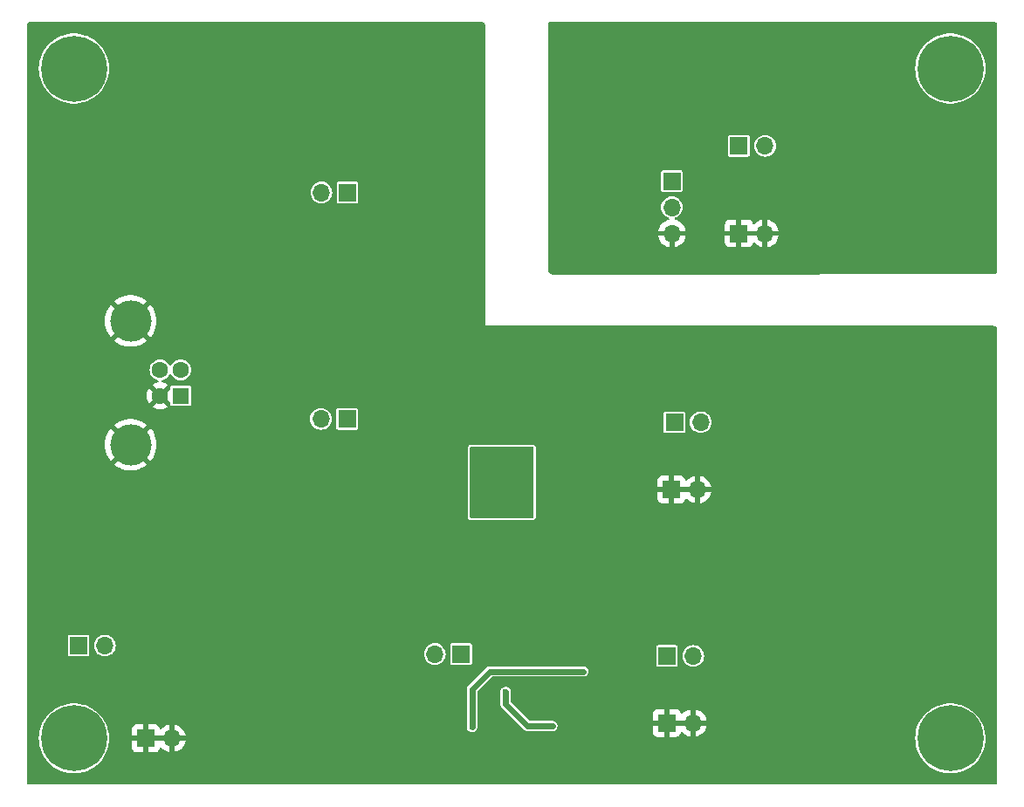
<source format=gbr>
%TF.GenerationSoftware,KiCad,Pcbnew,8.0.6*%
%TF.CreationDate,2024-11-03T20:55:08+02:00*%
%TF.ProjectId,G11_EMB_PCB1,4731315f-454d-4425-9f50-4342312e6b69,rev?*%
%TF.SameCoordinates,PX5f7e1b2PY7735940*%
%TF.FileFunction,Copper,L2,Bot*%
%TF.FilePolarity,Positive*%
%FSLAX46Y46*%
G04 Gerber Fmt 4.6, Leading zero omitted, Abs format (unit mm)*
G04 Created by KiCad (PCBNEW 8.0.6) date 2024-11-03 20:55:08*
%MOMM*%
%LPD*%
G01*
G04 APERTURE LIST*
%TA.AperFunction,ComponentPad*%
%ADD10C,0.800000*%
%TD*%
%TA.AperFunction,ComponentPad*%
%ADD11C,6.400000*%
%TD*%
%TA.AperFunction,ComponentPad*%
%ADD12R,1.700000X1.700000*%
%TD*%
%TA.AperFunction,ComponentPad*%
%ADD13O,1.700000X1.700000*%
%TD*%
%TA.AperFunction,ComponentPad*%
%ADD14R,1.600000X1.600000*%
%TD*%
%TA.AperFunction,ComponentPad*%
%ADD15C,1.600000*%
%TD*%
%TA.AperFunction,ComponentPad*%
%ADD16C,4.000000*%
%TD*%
%TA.AperFunction,ViaPad*%
%ADD17C,0.500000*%
%TD*%
%TA.AperFunction,ViaPad*%
%ADD18C,0.600000*%
%TD*%
%TA.AperFunction,Conductor*%
%ADD19C,0.600000*%
%TD*%
G04 APERTURE END LIST*
D10*
%TO.P,REF\u002A\u002A,1*%
%TO.N,N/C*%
X2600000Y5000000D03*
X3302944Y6697056D03*
X3302944Y3302944D03*
X5000000Y7400000D03*
D11*
X5000000Y5000000D03*
D10*
X5000000Y2600000D03*
X6697056Y6697056D03*
X6697056Y3302944D03*
X7400000Y5000000D03*
%TD*%
%TO.P,REF\u002A\u002A,1*%
%TO.N,N/C*%
X87600000Y70000000D03*
X88302944Y71697056D03*
X88302944Y68302944D03*
X90000000Y72400000D03*
D11*
X90000000Y70000000D03*
D10*
X90000000Y67600000D03*
X91697056Y71697056D03*
X91697056Y68302944D03*
X92400000Y70000000D03*
%TD*%
D12*
%TO.P,J10,1,Pin_1*%
%TO.N,Net-(J10-Pin_1)*%
X31540000Y57975000D03*
D13*
%TO.P,J10,2,Pin_2*%
%TO.N,VIN*%
X29000000Y57975000D03*
%TD*%
D12*
%TO.P,J2,1,Pin_1*%
%TO.N,VCC_LM*%
X63250000Y35675000D03*
D13*
%TO.P,J2,2,Pin_2*%
X65790000Y35675000D03*
%TD*%
D12*
%TO.P,J7,1,Pin_1*%
%TO.N,VCC_SY*%
X62525000Y13000000D03*
D13*
%TO.P,J7,2,Pin_2*%
X65065000Y13000000D03*
%TD*%
D12*
%TO.P,J6,1,Pin_1*%
%TO.N,Net-(D5-A)*%
X5460000Y14000000D03*
D13*
%TO.P,J6,2,Pin_2*%
X8000000Y14000000D03*
%TD*%
D12*
%TO.P,J1,1,Pin_1*%
%TO.N,Net-(D1-K)*%
X31500000Y36000000D03*
D13*
%TO.P,J1,2,Pin_2*%
%TO.N,VIN*%
X28960000Y36000000D03*
%TD*%
D10*
%TO.P,REF\u002A\u002A,1*%
%TO.N,N/C*%
X2600000Y70000000D03*
X3302944Y71697056D03*
X3302944Y68302944D03*
X5000000Y72400000D03*
D11*
X5000000Y70000000D03*
D10*
X5000000Y67600000D03*
X6697056Y71697056D03*
X6697056Y68302944D03*
X7400000Y70000000D03*
%TD*%
D12*
%TO.P,J13,1,Pin_1*%
%TO.N,GND_ISO*%
X69500000Y54000000D03*
D13*
%TO.P,J13,2,Pin_2*%
X72040000Y54000000D03*
%TD*%
D12*
%TO.P,J11,1,Pin_1*%
%TO.N,VCC_ISO*%
X69500000Y62500000D03*
D13*
%TO.P,J11,2,Pin_2*%
X72040000Y62500000D03*
%TD*%
D10*
%TO.P,REF\u002A\u002A,1*%
%TO.N,N/C*%
X87600000Y5000000D03*
X88302944Y6697056D03*
X88302944Y3302944D03*
X90000000Y7400000D03*
D11*
X90000000Y5000000D03*
D10*
X90000000Y2600000D03*
X91697056Y6697056D03*
X91697056Y3302944D03*
X92400000Y5000000D03*
%TD*%
D14*
%TO.P,J3,1,VBUS*%
%TO.N,Net-(D2-A)*%
X15360000Y38250000D03*
D15*
%TO.P,J3,2,D-*%
%TO.N,unconnected-(J3-D--Pad2)*%
X15360000Y40750000D03*
%TO.P,J3,3,D+*%
%TO.N,unconnected-(J3-D+-Pad3)*%
X13360000Y40750000D03*
%TO.P,J3,4,GND*%
%TO.N,GND*%
X13360000Y38250000D03*
D16*
%TO.P,J3,5,Shield*%
X10500000Y33500000D03*
X10500000Y45500000D03*
%TD*%
D12*
%TO.P,J8,1,Pin_1*%
%TO.N,GND*%
X11960000Y5000000D03*
D13*
%TO.P,J8,2,Pin_2*%
X14500000Y5000000D03*
%TD*%
D12*
%TO.P,J9,1,Pin_1*%
%TO.N,GND*%
X62500000Y6500000D03*
D13*
%TO.P,J9,2,Pin_2*%
X65040000Y6500000D03*
%TD*%
D12*
%TO.P,J4,1,Pin_1*%
%TO.N,GND*%
X62960000Y29150000D03*
D13*
%TO.P,J4,2,Pin_2*%
X65500000Y29150000D03*
%TD*%
D12*
%TO.P,J12,1,Pin_1*%
%TO.N,VCC_ISO*%
X63000000Y59080000D03*
D13*
%TO.P,J12,2,Pin_2*%
%TO.N,Net-(J12-Pin_2)*%
X63000000Y56540000D03*
%TO.P,J12,3,Pin_3*%
%TO.N,GND_ISO*%
X63000000Y54000000D03*
%TD*%
D12*
%TO.P,J5,1,Pin_1*%
%TO.N,Net-(J5-Pin_1)*%
X42550000Y13175000D03*
D13*
%TO.P,J5,2,Pin_2*%
%TO.N,VIN*%
X40010000Y13175000D03*
%TD*%
D17*
%TO.N,GND*%
X900000Y1800000D03*
X92000000Y800000D03*
X900000Y59100000D03*
X4600000Y74100000D03*
X20700000Y74100000D03*
X91000000Y800000D03*
X44500000Y63000000D03*
X32000000Y800000D03*
X44400000Y50200000D03*
X9800000Y74100000D03*
X52300000Y44700000D03*
D18*
X51200000Y13500000D03*
D17*
X900000Y73100000D03*
X67400000Y44700000D03*
X900000Y55100000D03*
X57500000Y44700000D03*
X900000Y25200000D03*
X94100000Y8600000D03*
X86300000Y44700000D03*
X900000Y42000000D03*
X48400000Y44700000D03*
X11900000Y74100000D03*
D18*
X37500000Y33000000D03*
D17*
X53000000Y800000D03*
D18*
X37700000Y57100000D03*
X39500000Y55900000D03*
D17*
X94100000Y36500000D03*
X94100000Y25500000D03*
D18*
X56700000Y33600000D03*
D17*
X84900000Y800000D03*
X41100000Y800000D03*
X36900000Y74100000D03*
X900000Y27100000D03*
D18*
X41375000Y60175000D03*
X43600000Y4300000D03*
X59500000Y31250000D03*
D17*
X94100000Y15400000D03*
X46400000Y44700000D03*
X77100000Y800000D03*
X44400000Y47000000D03*
D18*
X60800000Y28100000D03*
D17*
X50900000Y800000D03*
X900000Y61200000D03*
D18*
X50500000Y34750000D03*
D17*
X40100000Y800000D03*
X14800000Y800000D03*
X94100000Y29600000D03*
X44500000Y73000000D03*
X13900000Y74100000D03*
X1900000Y800000D03*
X71500000Y44700000D03*
X66100000Y800000D03*
X94100000Y32600000D03*
X22700000Y74100000D03*
X31700000Y74100000D03*
X94100000Y10500000D03*
D18*
X38500000Y33100000D03*
D17*
X900000Y34000000D03*
X900000Y35000000D03*
X58900000Y800000D03*
X92800000Y44700000D03*
X94100000Y24400000D03*
X9900000Y800000D03*
X43500000Y51400000D03*
X22800000Y800000D03*
X44400000Y49400000D03*
X47400000Y44700000D03*
X900000Y68000000D03*
X30000000Y800000D03*
X900000Y8000000D03*
X5000000Y800000D03*
X94100000Y35500000D03*
X89000000Y800000D03*
X83000000Y800000D03*
X8000000Y800000D03*
X43100000Y800000D03*
X94100000Y22400000D03*
X900000Y36100000D03*
X37900000Y74100000D03*
X88000000Y800000D03*
X21700000Y74100000D03*
X94100000Y17500000D03*
X48900000Y800000D03*
X900000Y66000000D03*
X44400000Y48600000D03*
X70000000Y800000D03*
X55400000Y44700000D03*
X71000000Y800000D03*
D18*
X49800000Y10600000D03*
X41375000Y52500000D03*
D17*
X30700000Y74100000D03*
X900000Y4100000D03*
X900000Y11000000D03*
X70500000Y44700000D03*
X69500000Y44700000D03*
X73500000Y44700000D03*
X18800000Y74100000D03*
X15900000Y800000D03*
X900000Y32000000D03*
X64100000Y800000D03*
X93800000Y44700000D03*
X900000Y48100000D03*
D18*
X13800000Y21500000D03*
D17*
X57900000Y800000D03*
X53400000Y40000000D03*
X94100000Y33600000D03*
X900000Y26200000D03*
X94100000Y9600000D03*
X90900000Y44700000D03*
X80300000Y44700000D03*
X84000000Y800000D03*
X77400000Y44700000D03*
X94100000Y16500000D03*
X42800000Y74100000D03*
X900000Y6000000D03*
X900000Y21100000D03*
D18*
X41375000Y57575000D03*
D17*
X84300000Y44700000D03*
X94100000Y1500000D03*
D18*
X49700000Y12500000D03*
D17*
X54400000Y44700000D03*
X44500000Y68900000D03*
X82400000Y44700000D03*
X27800000Y74100000D03*
X16900000Y74100000D03*
X900000Y49100000D03*
X91900000Y44700000D03*
X900000Y9000000D03*
X90000000Y800000D03*
X900000Y57100000D03*
X900000Y5100000D03*
X73000000Y800000D03*
X34800000Y74100000D03*
X40900000Y74100000D03*
X61000000Y800000D03*
X94100000Y19500000D03*
X94100000Y14400000D03*
X57000000Y800000D03*
D18*
X36500000Y55800000D03*
X38600000Y55900000D03*
D17*
X900000Y47000000D03*
D18*
X52600000Y6400000D03*
D17*
X94100000Y41300000D03*
X7800000Y74100000D03*
X34900000Y800000D03*
X44500000Y64000000D03*
X6000000Y800000D03*
D18*
X41600000Y34300000D03*
X40500000Y56000000D03*
D17*
X900000Y45000000D03*
X25900000Y800000D03*
X9000000Y800000D03*
X900000Y53200000D03*
X82000000Y800000D03*
X49900000Y800000D03*
X900000Y58100000D03*
X81100000Y800000D03*
D18*
X56700000Y36000000D03*
D17*
X44500000Y74000000D03*
X93000000Y800000D03*
X900000Y38100000D03*
D18*
X57250000Y28750000D03*
X37600000Y55900000D03*
D17*
X76100000Y800000D03*
X46000000Y800000D03*
X900000Y67000000D03*
X44100000Y800000D03*
X44300000Y51700000D03*
D18*
X51500000Y33750000D03*
D17*
X900000Y22100000D03*
X78300000Y44700000D03*
X37000000Y800000D03*
X63400000Y44700000D03*
X94100000Y4600000D03*
D18*
X51200000Y12500000D03*
X43800000Y3600000D03*
D17*
X900000Y7000000D03*
X75400000Y44700000D03*
X13800000Y800000D03*
X17900000Y800000D03*
X24900000Y800000D03*
X94100000Y38400000D03*
X68100000Y800000D03*
X900000Y65100000D03*
D18*
X49700000Y13500000D03*
D17*
X94100000Y26500000D03*
X900000Y17200000D03*
D18*
X50000000Y8500000D03*
D17*
X900000Y70000000D03*
X33000000Y800000D03*
X94100000Y21500000D03*
X24800000Y74100000D03*
X47700000Y37100000D03*
X79300000Y44700000D03*
X62000000Y800000D03*
X38000000Y800000D03*
X43800000Y74100000D03*
X900000Y74100000D03*
X61500000Y44700000D03*
X2300000Y74100000D03*
X15900000Y74100000D03*
X85900000Y800000D03*
X94100000Y30600000D03*
X19900000Y800000D03*
X12800000Y800000D03*
X20900000Y800000D03*
X900000Y69000000D03*
X65400000Y44700000D03*
X69100000Y800000D03*
X94100000Y7600000D03*
X89100000Y44700000D03*
X94100000Y34500000D03*
X67100000Y800000D03*
X56400000Y44700000D03*
X94100000Y23400000D03*
D18*
X41375000Y53800000D03*
X41500000Y33200000D03*
D17*
X94100000Y13400000D03*
X900000Y19100000D03*
X10800000Y74100000D03*
X44400000Y46200000D03*
X93900000Y800000D03*
D18*
X49700000Y14500000D03*
D17*
X900000Y56100000D03*
X900000Y10000000D03*
X900000Y62200000D03*
D18*
X48600000Y10400000D03*
D17*
X86900000Y800000D03*
X94100000Y3500000D03*
X88400000Y44700000D03*
X29700000Y74100000D03*
X900000Y37100000D03*
X900000Y41100000D03*
X900000Y72100000D03*
D18*
X40600000Y57100000D03*
D17*
X94100000Y12500000D03*
X12900000Y74100000D03*
X10900000Y800000D03*
D18*
X57250000Y29750000D03*
D17*
X26900000Y800000D03*
X94100000Y27500000D03*
X80100000Y800000D03*
X94100000Y44100000D03*
X900000Y71000000D03*
X44500000Y65900000D03*
D18*
X36400000Y34300000D03*
D17*
X50400000Y44700000D03*
X65100000Y800000D03*
X75000000Y800000D03*
X7000000Y800000D03*
X59900000Y800000D03*
X44800000Y44700000D03*
X28800000Y74100000D03*
D18*
X52600000Y8400000D03*
D17*
X16900000Y800000D03*
D18*
X50600000Y14500000D03*
D17*
X3493007Y74107902D03*
X900000Y64100000D03*
X62500000Y44700000D03*
D18*
X50500000Y33750000D03*
X41375000Y56375000D03*
D17*
X79100000Y800000D03*
D18*
X58500000Y31250000D03*
D17*
X94100000Y2500000D03*
X87300000Y44700000D03*
X31000000Y800000D03*
D18*
X60700000Y30100000D03*
D17*
X52000000Y800000D03*
X35900000Y800000D03*
X33900000Y800000D03*
X74000000Y800000D03*
X68400000Y44700000D03*
X44500000Y65000000D03*
X94100000Y5600000D03*
X900000Y20100000D03*
X900000Y44000000D03*
X900000Y43000000D03*
X900000Y23100000D03*
X38900000Y74100000D03*
X76400000Y44700000D03*
X94100000Y18500000D03*
X63000000Y800000D03*
X41900000Y51400000D03*
X4000000Y800000D03*
X8800000Y74100000D03*
X59500000Y44700000D03*
X53300000Y44700000D03*
X6800000Y74100000D03*
X21800000Y800000D03*
X72500000Y44700000D03*
X900000Y39100000D03*
X94100000Y20500000D03*
X60500000Y44700000D03*
X94100000Y39400000D03*
X78100000Y800000D03*
X14900000Y74100000D03*
X48000000Y800000D03*
X26800000Y74100000D03*
X900000Y28100000D03*
D18*
X41375000Y55075000D03*
D17*
X56000000Y800000D03*
X44400000Y51000000D03*
X32800000Y74100000D03*
X44400000Y45400000D03*
X900000Y50100000D03*
X900000Y54100000D03*
X66400000Y44700000D03*
X45600000Y44700000D03*
X900000Y52200000D03*
X94100000Y11500000D03*
X44500000Y66900000D03*
X29000000Y800000D03*
D18*
X59500000Y27000000D03*
D17*
X900000Y13100000D03*
D18*
X38600000Y34300000D03*
X58500000Y27000000D03*
X58937500Y41250000D03*
D17*
X94100000Y42200000D03*
X74500000Y44700000D03*
D18*
X35300000Y57100000D03*
D17*
X81400000Y44700000D03*
X900000Y16200000D03*
D18*
X50000000Y7400000D03*
D17*
X23800000Y800000D03*
X900000Y24200000D03*
X900000Y12100000D03*
X900000Y33000000D03*
X900000Y800000D03*
X2900000Y800000D03*
X900000Y40100000D03*
D18*
X35400000Y55900000D03*
D17*
X900000Y29100000D03*
X23800000Y74100000D03*
X44500000Y70900000D03*
X42100000Y800000D03*
X900000Y18100000D03*
D18*
X43600000Y5100000D03*
D17*
X51300000Y44700000D03*
X18900000Y800000D03*
X94100000Y43200000D03*
X45100000Y800000D03*
X44500000Y72000000D03*
X900000Y30000000D03*
X41800000Y74100000D03*
X49400000Y44700000D03*
X85300000Y44700000D03*
X900000Y14100000D03*
X44500000Y69900000D03*
X94100000Y28600000D03*
X5600000Y74100000D03*
D18*
X40500000Y33000000D03*
D17*
X900000Y46000000D03*
X89900000Y44700000D03*
X58500000Y44700000D03*
D18*
X39500000Y33200000D03*
D17*
X39900000Y74100000D03*
D18*
X48300000Y8500000D03*
D17*
X17800000Y74100000D03*
X44500000Y67900000D03*
X94100000Y6600000D03*
X44400000Y47800000D03*
X11900000Y800000D03*
D18*
X39400000Y34300000D03*
D17*
X39000000Y800000D03*
X19800000Y74100000D03*
X900000Y15200000D03*
X54000000Y800000D03*
X64400000Y44700000D03*
X94100000Y31600000D03*
D18*
X36447211Y33270079D03*
D17*
X72000000Y800000D03*
X47000000Y800000D03*
X900000Y31000000D03*
X900000Y63100000D03*
X25800000Y74100000D03*
X900000Y60200000D03*
X42700000Y51400000D03*
X55000000Y800000D03*
X83400000Y44700000D03*
X900000Y3100000D03*
X45500000Y37100000D03*
D18*
X50000000Y9700000D03*
D17*
X28000000Y800000D03*
X94100000Y40300000D03*
X900000Y51200000D03*
X42900000Y37300000D03*
X94100000Y37400000D03*
X33800000Y74100000D03*
X35900000Y74100000D03*
D18*
%TO.N,VCC_SY*%
X43612500Y7600000D03*
X54400000Y11500000D03*
X43612500Y6100000D03*
%TO.N,Net-(J5-Pin_1)*%
X51400000Y6200000D03*
X46875000Y9500000D03*
%TO.N,VCC_LM*%
X48750000Y29250000D03*
X48750000Y28250000D03*
X46500000Y32250000D03*
X48750000Y32250000D03*
X44250000Y32250000D03*
X44250000Y29250000D03*
X46500000Y28250000D03*
X44250000Y28250000D03*
X48750000Y31250000D03*
X46500000Y27250000D03*
X46500000Y31250000D03*
X44250000Y30250000D03*
X48750000Y27250000D03*
X46500000Y29250000D03*
X44250000Y31250000D03*
X48750000Y30250000D03*
X44250000Y27250000D03*
X46500000Y30250000D03*
D17*
%TO.N,GND_ISO*%
X94000000Y50400000D03*
X94000000Y51600000D03*
X57850000Y50400000D03*
X56000000Y57900000D03*
X51300000Y72700000D03*
X60350000Y50400000D03*
X61500000Y50400000D03*
X61400000Y74100000D03*
X79250000Y50400000D03*
X94000000Y60200000D03*
X51300000Y71500000D03*
X70450000Y50400000D03*
X57750000Y74100000D03*
X60100000Y60900000D03*
X94000000Y54150000D03*
X86600000Y74100000D03*
X91500000Y50400000D03*
X51300000Y67900000D03*
X54400000Y61400000D03*
X52500000Y51600000D03*
X84100000Y50400000D03*
X54400000Y53900000D03*
X77950000Y74100000D03*
X51900000Y62400000D03*
X55150000Y74100000D03*
X53900000Y50400000D03*
X60000000Y57400000D03*
X72800000Y74100000D03*
X69050000Y74100000D03*
X54100000Y62300000D03*
X94000000Y72500000D03*
X85350000Y74100000D03*
X76600000Y74100000D03*
X78050000Y50400000D03*
X56400000Y74100000D03*
X51300000Y66600000D03*
X89150000Y74100000D03*
X66500000Y74100000D03*
X94000000Y59250000D03*
X57000000Y60800000D03*
X64000000Y50400000D03*
X71600000Y50400000D03*
X60700000Y58200000D03*
X65250000Y74100000D03*
X59050000Y50400000D03*
X63900000Y74100000D03*
X51300000Y65400000D03*
X94000000Y52800000D03*
X56000000Y61900000D03*
X90450000Y74100000D03*
X94000000Y63900000D03*
X94000000Y65100000D03*
X54400000Y52550000D03*
X94000000Y66450000D03*
X69150000Y50400000D03*
X51400000Y50400000D03*
X51300000Y64050000D03*
X81600000Y50400000D03*
X94000000Y67700000D03*
X51300000Y62800000D03*
X67950000Y50400000D03*
X51700000Y51600000D03*
X52700000Y50400000D03*
X62700000Y74100000D03*
X65350000Y50400000D03*
X93900000Y74100000D03*
X57600000Y57500000D03*
X54900000Y60800000D03*
X75350000Y74100000D03*
X94000000Y61400000D03*
X70350000Y74100000D03*
X58950000Y74100000D03*
X52700000Y62400000D03*
X82800000Y74100000D03*
X71500000Y74100000D03*
X72900000Y50400000D03*
X87950000Y74100000D03*
X89250000Y50400000D03*
X94000000Y70250000D03*
X94000000Y69050000D03*
X92600000Y74100000D03*
X60250000Y74100000D03*
X54400000Y56400000D03*
X52600000Y74100000D03*
X94000000Y57950000D03*
X51300000Y74000000D03*
X92700000Y50400000D03*
X94000000Y55400000D03*
X53400000Y62400000D03*
X54100000Y51600000D03*
X94000000Y56750000D03*
X62800000Y50400000D03*
X58000000Y60800000D03*
X94000000Y62700000D03*
X86700000Y50400000D03*
X66600000Y50400000D03*
X85450000Y50400000D03*
X88050000Y50400000D03*
X67850000Y74100000D03*
X53800000Y74100000D03*
X90550000Y50400000D03*
X75450000Y50400000D03*
X80450000Y74100000D03*
X84000000Y74100000D03*
X51300000Y70150000D03*
X59000000Y62000000D03*
X91400000Y74100000D03*
X54400000Y55100000D03*
X54400000Y60200000D03*
X80550000Y50400000D03*
X55250000Y50400000D03*
X56500000Y50400000D03*
X94000000Y71550000D03*
X79150000Y74100000D03*
X82900000Y50400000D03*
X55300000Y65000000D03*
X76700000Y50400000D03*
X74000000Y74100000D03*
X81500000Y74100000D03*
X74100000Y50400000D03*
X53300000Y51600000D03*
X51300000Y68900000D03*
%TD*%
D19*
%TO.N,VCC_SY*%
X45312500Y11500000D02*
X43612500Y9800000D01*
X43612500Y9800000D02*
X43612500Y7600000D01*
X54400000Y11500000D02*
X45312500Y11500000D01*
X43612500Y7600000D02*
X43612500Y6100000D01*
%TO.N,Net-(J5-Pin_1)*%
X46875000Y8325000D02*
X49000000Y6200000D01*
X46875000Y9500000D02*
X46875000Y8325000D01*
X49000000Y6200000D02*
X51400000Y6200000D01*
%TD*%
%TA.AperFunction,Conductor*%
%TO.N,GND*%
G36*
X14034075Y5192993D02*
G01*
X14000000Y5065826D01*
X14000000Y4934174D01*
X14034075Y4807007D01*
X14066988Y4750000D01*
X12393012Y4750000D01*
X12425925Y4807007D01*
X12460000Y4934174D01*
X12460000Y5065826D01*
X12425925Y5192993D01*
X12393012Y5250000D01*
X14066988Y5250000D01*
X14034075Y5192993D01*
G37*
%TD.AperFunction*%
%TA.AperFunction,Conductor*%
G36*
X64574075Y6692993D02*
G01*
X64540000Y6565826D01*
X64540000Y6434174D01*
X64574075Y6307007D01*
X64606988Y6250000D01*
X62933012Y6250000D01*
X62965925Y6307007D01*
X63000000Y6434174D01*
X63000000Y6565826D01*
X62965925Y6692993D01*
X62933012Y6750000D01*
X64606988Y6750000D01*
X64574075Y6692993D01*
G37*
%TD.AperFunction*%
%TA.AperFunction,Conductor*%
G36*
X65034075Y29342993D02*
G01*
X65000000Y29215826D01*
X65000000Y29084174D01*
X65034075Y28957007D01*
X65066988Y28900000D01*
X63393012Y28900000D01*
X63425925Y28957007D01*
X63460000Y29084174D01*
X63460000Y29215826D01*
X63425925Y29342993D01*
X63393012Y29400000D01*
X65066988Y29400000D01*
X65034075Y29342993D01*
G37*
%TD.AperFunction*%
%TA.AperFunction,Conductor*%
G36*
X44754157Y74479815D02*
G01*
X44796474Y74433955D01*
X44818122Y74393456D01*
X44827424Y74370999D01*
X44877240Y74206776D01*
X44881982Y74182935D01*
X44899403Y74006062D01*
X44900000Y73993908D01*
X44900000Y45100000D01*
X93896128Y45100000D01*
X93908264Y45099406D01*
X94084900Y45082033D01*
X94108702Y45077305D01*
X94272718Y45027627D01*
X94295144Y45018351D01*
X94433878Y44944319D01*
X94483756Y44895391D01*
X94499500Y44834921D01*
X94499500Y624500D01*
X94479815Y557461D01*
X94427011Y511706D01*
X94375500Y500500D01*
X624500Y500500D01*
X557461Y520185D01*
X511706Y572989D01*
X500500Y624500D01*
X500500Y5000000D01*
X1594506Y5000000D01*
X1608060Y4750000D01*
X1614469Y4631804D01*
X1614470Y4631787D01*
X1674122Y4267932D01*
X1674128Y4267906D01*
X1772768Y3912635D01*
X1772770Y3912629D01*
X1772772Y3912623D01*
X1772773Y3912621D01*
X1774651Y3907907D01*
X1909255Y3570074D01*
X1909261Y3570062D01*
X2081973Y3244292D01*
X2081976Y3244287D01*
X2081978Y3244284D01*
X2288910Y2939083D01*
X2527627Y2658044D01*
X2795330Y2404462D01*
X3088881Y2181310D01*
X3404838Y1991205D01*
X3404840Y1991204D01*
X3404842Y1991203D01*
X3404846Y1991201D01*
X3739486Y1836380D01*
X3739497Y1836375D01*
X4088934Y1718636D01*
X4449052Y1639368D01*
X4815630Y1599500D01*
X4815636Y1599500D01*
X5184364Y1599500D01*
X5184370Y1599500D01*
X5550948Y1639368D01*
X5911066Y1718636D01*
X6260503Y1836375D01*
X6595162Y1991205D01*
X6911119Y2181310D01*
X7204670Y2404462D01*
X7472373Y2658044D01*
X7711090Y2939083D01*
X7918022Y3244284D01*
X8090743Y3570070D01*
X8227227Y3912621D01*
X8325875Y4267919D01*
X8363923Y4500000D01*
X8385529Y4631787D01*
X8385529Y4631790D01*
X8385531Y4631801D01*
X8405494Y5000000D01*
X8385531Y5368199D01*
X8380301Y5400099D01*
X8325877Y5732069D01*
X8325876Y5732070D01*
X8325875Y5732081D01*
X8287282Y5871080D01*
X8279851Y5897845D01*
X10610000Y5897845D01*
X10610000Y5250000D01*
X11526988Y5250000D01*
X11494075Y5192993D01*
X11460000Y5065826D01*
X11460000Y4934174D01*
X11494075Y4807007D01*
X11526988Y4750000D01*
X10610000Y4750000D01*
X10610000Y4102156D01*
X10616401Y4042628D01*
X10616403Y4042621D01*
X10666645Y3907914D01*
X10666649Y3907907D01*
X10752809Y3792813D01*
X10752812Y3792810D01*
X10867906Y3706650D01*
X10867913Y3706646D01*
X11002620Y3656404D01*
X11002627Y3656402D01*
X11062155Y3650001D01*
X11062172Y3650000D01*
X11710000Y3650000D01*
X11710000Y4566988D01*
X11767007Y4534075D01*
X11894174Y4500000D01*
X12025826Y4500000D01*
X12152993Y4534075D01*
X12210000Y4566988D01*
X12210000Y3650000D01*
X12857828Y3650000D01*
X12857844Y3650001D01*
X12917372Y3656402D01*
X12917379Y3656404D01*
X13052086Y3706646D01*
X13052093Y3706650D01*
X13167187Y3792810D01*
X13167190Y3792813D01*
X13253350Y3907907D01*
X13253354Y3907914D01*
X13302614Y4039987D01*
X13344485Y4095921D01*
X13409949Y4120338D01*
X13478222Y4105487D01*
X13506477Y4084335D01*
X13628917Y3961895D01*
X13822421Y3826400D01*
X14036507Y3726571D01*
X14036516Y3726567D01*
X14250000Y3669366D01*
X14250000Y4566988D01*
X14307007Y4534075D01*
X14434174Y4500000D01*
X14565826Y4500000D01*
X14692993Y4534075D01*
X14750000Y4566988D01*
X14750000Y3669367D01*
X14963483Y3726567D01*
X14963492Y3726571D01*
X15177578Y3826400D01*
X15371082Y3961895D01*
X15538105Y4128918D01*
X15673600Y4322422D01*
X15773429Y4536508D01*
X15773432Y4536514D01*
X15830636Y4750000D01*
X14933012Y4750000D01*
X14965925Y4807007D01*
X15000000Y4934174D01*
X15000000Y5000000D01*
X86594506Y5000000D01*
X86608060Y4750000D01*
X86614469Y4631804D01*
X86614470Y4631787D01*
X86674122Y4267932D01*
X86674128Y4267906D01*
X86772768Y3912635D01*
X86772770Y3912629D01*
X86772772Y3912623D01*
X86772773Y3912621D01*
X86774651Y3907907D01*
X86909255Y3570074D01*
X86909261Y3570062D01*
X87081973Y3244292D01*
X87081976Y3244287D01*
X87081978Y3244284D01*
X87288910Y2939083D01*
X87527627Y2658044D01*
X87795330Y2404462D01*
X88088881Y2181310D01*
X88404838Y1991205D01*
X88404840Y1991204D01*
X88404842Y1991203D01*
X88404846Y1991201D01*
X88739486Y1836380D01*
X88739497Y1836375D01*
X89088934Y1718636D01*
X89449052Y1639368D01*
X89815630Y1599500D01*
X89815636Y1599500D01*
X90184364Y1599500D01*
X90184370Y1599500D01*
X90550948Y1639368D01*
X90911066Y1718636D01*
X91260503Y1836375D01*
X91595162Y1991205D01*
X91911119Y2181310D01*
X92204670Y2404462D01*
X92472373Y2658044D01*
X92711090Y2939083D01*
X92918022Y3244284D01*
X93090743Y3570070D01*
X93227227Y3912621D01*
X93325875Y4267919D01*
X93363923Y4500000D01*
X93385529Y4631787D01*
X93385529Y4631790D01*
X93385531Y4631801D01*
X93405494Y5000000D01*
X93385531Y5368199D01*
X93380301Y5400099D01*
X93325877Y5732069D01*
X93325876Y5732070D01*
X93325875Y5732081D01*
X93287282Y5871080D01*
X93227231Y6087366D01*
X93227229Y6087372D01*
X93227228Y6087373D01*
X93227227Y6087379D01*
X93090743Y6429930D01*
X92985158Y6629085D01*
X92918026Y6755709D01*
X92918024Y6755712D01*
X92918022Y6755716D01*
X92711090Y7060917D01*
X92472373Y7341956D01*
X92204670Y7595538D01*
X92198800Y7600000D01*
X92101980Y7673601D01*
X91911119Y7818690D01*
X91595162Y8008795D01*
X91595161Y8008796D01*
X91595157Y8008798D01*
X91595153Y8008800D01*
X91260513Y8163621D01*
X91260508Y8163623D01*
X91260503Y8163625D01*
X91090172Y8221017D01*
X90911065Y8281365D01*
X90550946Y8360633D01*
X90184371Y8400500D01*
X90184370Y8400500D01*
X89815630Y8400500D01*
X89815628Y8400500D01*
X89449053Y8360633D01*
X89088934Y8281365D01*
X88818812Y8190350D01*
X88739497Y8163625D01*
X88739494Y8163624D01*
X88739486Y8163621D01*
X88404846Y8008800D01*
X88404842Y8008798D01*
X88169538Y7867221D01*
X88088881Y7818690D01*
X88029347Y7773433D01*
X87795330Y7595539D01*
X87795330Y7595538D01*
X87527626Y7341956D01*
X87288909Y7060917D01*
X87081979Y6755718D01*
X87081973Y6755709D01*
X86909261Y6429939D01*
X86909255Y6429927D01*
X86772770Y6087372D01*
X86772768Y6087366D01*
X86674128Y5732095D01*
X86674122Y5732069D01*
X86614470Y5368214D01*
X86614469Y5368201D01*
X86614469Y5368199D01*
X86594506Y5000000D01*
X15000000Y5000000D01*
X15000000Y5065826D01*
X14965925Y5192993D01*
X14933012Y5250000D01*
X15830636Y5250000D01*
X15830635Y5250001D01*
X15773432Y5463487D01*
X15773429Y5463493D01*
X15673600Y5677578D01*
X15673599Y5677580D01*
X15538113Y5871074D01*
X15538108Y5871080D01*
X15371082Y6038106D01*
X15177578Y6173601D01*
X14963492Y6273430D01*
X14963486Y6273433D01*
X14750000Y6330636D01*
X14750000Y5433012D01*
X14692993Y5465925D01*
X14565826Y5500000D01*
X14434174Y5500000D01*
X14307007Y5465925D01*
X14250000Y5433012D01*
X14250000Y6330636D01*
X14249999Y6330636D01*
X14036513Y6273433D01*
X14036507Y6273430D01*
X13822422Y6173601D01*
X13822420Y6173600D01*
X13628926Y6038114D01*
X13506477Y5915665D01*
X13445154Y5882181D01*
X13375462Y5887165D01*
X13319529Y5929037D01*
X13302614Y5960014D01*
X13253354Y6092087D01*
X13253350Y6092094D01*
X13167190Y6207188D01*
X13167187Y6207191D01*
X13052093Y6293351D01*
X13052086Y6293355D01*
X12917379Y6343597D01*
X12917372Y6343599D01*
X12857844Y6350000D01*
X12210000Y6350000D01*
X12210000Y5433012D01*
X12152993Y5465925D01*
X12025826Y5500000D01*
X11894174Y5500000D01*
X11767007Y5465925D01*
X11710000Y5433012D01*
X11710000Y6350000D01*
X11062155Y6350000D01*
X11002627Y6343599D01*
X11002620Y6343597D01*
X10867913Y6293355D01*
X10867906Y6293351D01*
X10752812Y6207191D01*
X10752809Y6207188D01*
X10666649Y6092094D01*
X10666645Y6092087D01*
X10616403Y5957380D01*
X10616401Y5957373D01*
X10610000Y5897845D01*
X8279851Y5897845D01*
X8227231Y6087366D01*
X8227229Y6087372D01*
X8227228Y6087373D01*
X8227227Y6087379D01*
X8090743Y6429930D01*
X7985158Y6629085D01*
X7918026Y6755709D01*
X7918024Y6755712D01*
X7918022Y6755716D01*
X7711090Y7060917D01*
X7472373Y7341956D01*
X7204670Y7595538D01*
X7198800Y7600000D01*
X43106853Y7600000D01*
X43107495Y7595538D01*
X43110738Y7572980D01*
X43112000Y7555333D01*
X43112000Y6144669D01*
X43110738Y6127023D01*
X43106853Y6100001D01*
X43110738Y6072980D01*
X43112000Y6055333D01*
X43112000Y6034106D01*
X43119423Y6006404D01*
X43122385Y5991963D01*
X43127335Y5957544D01*
X43127337Y5957536D01*
X43135569Y5939511D01*
X43142550Y5920093D01*
X43146107Y5906817D01*
X43146110Y5906810D01*
X43164181Y5875509D01*
X43169586Y5865026D01*
X43187123Y5826627D01*
X43194722Y5817857D01*
X43195194Y5817313D01*
X43208868Y5798110D01*
X43211997Y5792690D01*
X43212001Y5792685D01*
X43242822Y5761864D01*
X43248854Y5755385D01*
X43281370Y5717859D01*
X43281374Y5717855D01*
X43285428Y5715250D01*
X43300711Y5702934D01*
X43305184Y5699502D01*
X43305186Y5699500D01*
X43349387Y5673981D01*
X43354371Y5670944D01*
X43402447Y5640047D01*
X43402450Y5640046D01*
X43402452Y5640045D01*
X43403494Y5639569D01*
X43413121Y5636173D01*
X43419311Y5633610D01*
X43419314Y5633608D01*
X43468841Y5620338D01*
X43475761Y5618484D01*
X43478598Y5617688D01*
X43540539Y5599500D01*
X43684463Y5599500D01*
X43684463Y5599501D01*
X43722726Y5610737D01*
X43746402Y5617688D01*
X43749181Y5618469D01*
X43805686Y5633608D01*
X43805689Y5633611D01*
X43811867Y5636168D01*
X43821496Y5639566D01*
X43822545Y5640045D01*
X43822553Y5640047D01*
X43870587Y5670918D01*
X43875602Y5673975D01*
X43919814Y5699500D01*
X43919821Y5699508D01*
X43924328Y5702965D01*
X43939567Y5715248D01*
X43943628Y5717857D01*
X43976153Y5755395D01*
X43982173Y5761860D01*
X43994300Y5773987D01*
X44013000Y5792686D01*
X44016128Y5798106D01*
X44029806Y5817313D01*
X44037877Y5826627D01*
X44055412Y5865026D01*
X44060811Y5875498D01*
X44078892Y5906814D01*
X44082452Y5920102D01*
X44089434Y5939521D01*
X44097587Y5957373D01*
X44097665Y5957543D01*
X44102611Y5991947D01*
X44105574Y6006394D01*
X44109245Y6020096D01*
X44113000Y6034108D01*
X44113000Y6055333D01*
X44114262Y6072980D01*
X44118147Y6100001D01*
X44114262Y6127023D01*
X44113000Y6144669D01*
X44113000Y7555333D01*
X44114262Y7572980D01*
X44117505Y7595538D01*
X44118147Y7600000D01*
X44114262Y7627023D01*
X44113000Y7644669D01*
X44113000Y9500001D01*
X46369353Y9500001D01*
X46373238Y9472980D01*
X46374500Y9455333D01*
X46374500Y8259109D01*
X46408608Y8131813D01*
X46441554Y8074750D01*
X46474500Y8017686D01*
X48599500Y5892686D01*
X48692686Y5799500D01*
X48769109Y5755377D01*
X48801574Y5736633D01*
X48806814Y5733608D01*
X48934108Y5699500D01*
X48934110Y5699500D01*
X51471963Y5699500D01*
X51471963Y5699501D01*
X51510226Y5710737D01*
X51533902Y5717688D01*
X51536681Y5718469D01*
X51593186Y5733608D01*
X51593189Y5733611D01*
X51599367Y5736168D01*
X51608996Y5739566D01*
X51610045Y5740045D01*
X51610053Y5740047D01*
X51658087Y5770918D01*
X51663102Y5773975D01*
X51707314Y5799500D01*
X51707321Y5799508D01*
X51711828Y5802965D01*
X51727067Y5815248D01*
X51731128Y5817857D01*
X51763653Y5855395D01*
X51769673Y5861860D01*
X51783326Y5875513D01*
X51800500Y5892686D01*
X51803628Y5898106D01*
X51817304Y5917312D01*
X51825377Y5926627D01*
X51842912Y5965026D01*
X51848311Y5975498D01*
X51866392Y6006814D01*
X51869952Y6020102D01*
X51876934Y6039521D01*
X51885164Y6057541D01*
X51885163Y6057541D01*
X51885165Y6057543D01*
X51890111Y6091947D01*
X51893074Y6106394D01*
X51894263Y6110835D01*
X51900500Y6134108D01*
X51900500Y6155333D01*
X51901762Y6172980D01*
X51901851Y6173601D01*
X51905647Y6200000D01*
X51901762Y6227023D01*
X51900500Y6244669D01*
X51900500Y6265890D01*
X51900500Y6265892D01*
X51893073Y6293610D01*
X51890111Y6308054D01*
X51885165Y6342457D01*
X51876928Y6360491D01*
X51869949Y6379909D01*
X51866392Y6393186D01*
X51848316Y6424494D01*
X51842911Y6434980D01*
X51825380Y6473367D01*
X51825379Y6473369D01*
X51825377Y6473373D01*
X51825372Y6473379D01*
X51817306Y6482688D01*
X51803628Y6501896D01*
X51800499Y6507315D01*
X51769677Y6538137D01*
X51763659Y6544599D01*
X51731128Y6582143D01*
X51731125Y6582146D01*
X51727066Y6584754D01*
X51711793Y6597063D01*
X51707318Y6600496D01*
X51707314Y6600500D01*
X51695404Y6607377D01*
X51663121Y6626016D01*
X51658085Y6629085D01*
X51657879Y6629218D01*
X51610053Y6659953D01*
X51610051Y6659954D01*
X51610049Y6659955D01*
X51609004Y6660433D01*
X51599375Y6663829D01*
X51593192Y6666390D01*
X51593187Y6666392D01*
X51593186Y6666392D01*
X51536701Y6681527D01*
X51533862Y6682325D01*
X51471963Y6700500D01*
X51471961Y6700500D01*
X51465892Y6700500D01*
X49258676Y6700500D01*
X49191637Y6720185D01*
X49170995Y6736819D01*
X48509969Y7397845D01*
X61150000Y7397845D01*
X61150000Y6750000D01*
X62066988Y6750000D01*
X62034075Y6692993D01*
X62000000Y6565826D01*
X62000000Y6434174D01*
X62034075Y6307007D01*
X62066988Y6250000D01*
X61150000Y6250000D01*
X61150000Y5602156D01*
X61156401Y5542628D01*
X61156403Y5542621D01*
X61206645Y5407914D01*
X61206649Y5407907D01*
X61292809Y5292813D01*
X61292812Y5292810D01*
X61407906Y5206650D01*
X61407913Y5206646D01*
X61542620Y5156404D01*
X61542627Y5156402D01*
X61602155Y5150001D01*
X61602172Y5150000D01*
X62250000Y5150000D01*
X62250000Y6066988D01*
X62307007Y6034075D01*
X62434174Y6000000D01*
X62565826Y6000000D01*
X62692993Y6034075D01*
X62750000Y6066988D01*
X62750000Y5150000D01*
X63397828Y5150000D01*
X63397844Y5150001D01*
X63457372Y5156402D01*
X63457379Y5156404D01*
X63592086Y5206646D01*
X63592093Y5206650D01*
X63707187Y5292810D01*
X63707190Y5292813D01*
X63793350Y5407907D01*
X63793354Y5407914D01*
X63842614Y5539987D01*
X63884485Y5595921D01*
X63949949Y5620338D01*
X64018222Y5605487D01*
X64046477Y5584335D01*
X64168917Y5461895D01*
X64362421Y5326400D01*
X64576507Y5226571D01*
X64576516Y5226567D01*
X64790000Y5169366D01*
X64790000Y6066988D01*
X64847007Y6034075D01*
X64974174Y6000000D01*
X65105826Y6000000D01*
X65232993Y6034075D01*
X65290000Y6066988D01*
X65290000Y5169367D01*
X65503483Y5226567D01*
X65503492Y5226571D01*
X65717578Y5326400D01*
X65911082Y5461895D01*
X66078105Y5628918D01*
X66213600Y5822422D01*
X66313429Y6036508D01*
X66313432Y6036514D01*
X66370636Y6250000D01*
X65473012Y6250000D01*
X65505925Y6307007D01*
X65540000Y6434174D01*
X65540000Y6565826D01*
X65505925Y6692993D01*
X65473012Y6750000D01*
X66370636Y6750000D01*
X66370635Y6750001D01*
X66313432Y6963487D01*
X66313429Y6963493D01*
X66213600Y7177578D01*
X66213599Y7177580D01*
X66078113Y7371074D01*
X66078108Y7371080D01*
X65911082Y7538106D01*
X65717578Y7673601D01*
X65503492Y7773430D01*
X65503486Y7773433D01*
X65290000Y7830636D01*
X65290000Y6933012D01*
X65232993Y6965925D01*
X65105826Y7000000D01*
X64974174Y7000000D01*
X64847007Y6965925D01*
X64790000Y6933012D01*
X64790000Y7830636D01*
X64789999Y7830636D01*
X64576513Y7773433D01*
X64576507Y7773430D01*
X64362422Y7673601D01*
X64362420Y7673600D01*
X64168926Y7538114D01*
X64046477Y7415665D01*
X63985154Y7382181D01*
X63915462Y7387165D01*
X63859529Y7429037D01*
X63842614Y7460014D01*
X63793354Y7592087D01*
X63793350Y7592094D01*
X63707190Y7707188D01*
X63707187Y7707191D01*
X63592093Y7793351D01*
X63592086Y7793355D01*
X63457379Y7843597D01*
X63457372Y7843599D01*
X63397844Y7850000D01*
X62750000Y7850000D01*
X62750000Y6933012D01*
X62692993Y6965925D01*
X62565826Y7000000D01*
X62434174Y7000000D01*
X62307007Y6965925D01*
X62250000Y6933012D01*
X62250000Y7850000D01*
X61602155Y7850000D01*
X61542627Y7843599D01*
X61542620Y7843597D01*
X61407913Y7793355D01*
X61407906Y7793351D01*
X61292812Y7707191D01*
X61292809Y7707188D01*
X61206649Y7592094D01*
X61206645Y7592087D01*
X61156403Y7457380D01*
X61156401Y7457373D01*
X61150000Y7397845D01*
X48509969Y7397845D01*
X47411819Y8495995D01*
X47378334Y8557318D01*
X47375500Y8583676D01*
X47375500Y9455333D01*
X47376762Y9472980D01*
X47380647Y9500001D01*
X47376762Y9527023D01*
X47375500Y9544669D01*
X47375500Y9565890D01*
X47375500Y9565892D01*
X47368073Y9593610D01*
X47365111Y9608054D01*
X47360165Y9642455D01*
X47360165Y9642457D01*
X47351928Y9660491D01*
X47344949Y9679909D01*
X47341392Y9693186D01*
X47323316Y9724494D01*
X47317911Y9734980D01*
X47300380Y9773367D01*
X47300379Y9773369D01*
X47300377Y9773373D01*
X47300372Y9773379D01*
X47292306Y9782688D01*
X47278628Y9801896D01*
X47275499Y9807315D01*
X47244677Y9838137D01*
X47238659Y9844599D01*
X47206128Y9882143D01*
X47206125Y9882146D01*
X47202066Y9884754D01*
X47186793Y9897063D01*
X47182318Y9900496D01*
X47182314Y9900500D01*
X47170404Y9907377D01*
X47138121Y9926016D01*
X47133085Y9929085D01*
X47132879Y9929218D01*
X47085053Y9959953D01*
X47085051Y9959954D01*
X47085049Y9959955D01*
X47084004Y9960433D01*
X47074375Y9963829D01*
X47068192Y9966390D01*
X47068187Y9966392D01*
X47068186Y9966392D01*
X47011701Y9981527D01*
X47008862Y9982325D01*
X46946963Y10000500D01*
X46946961Y10000500D01*
X46803039Y10000500D01*
X46741145Y9982327D01*
X46738307Y9981531D01*
X46681817Y9966394D01*
X46675609Y9963823D01*
X46665985Y9960428D01*
X46664949Y9959955D01*
X46616915Y9929086D01*
X46611880Y9926017D01*
X46567689Y9900503D01*
X46563266Y9897108D01*
X46547945Y9884762D01*
X46543877Y9882148D01*
X46543868Y9882140D01*
X46511355Y9844617D01*
X46505324Y9838140D01*
X46474498Y9807314D01*
X46471364Y9801885D01*
X46457701Y9782697D01*
X46449623Y9773374D01*
X46449623Y9773373D01*
X46432088Y9734981D01*
X46426687Y9724505D01*
X46408607Y9693187D01*
X46408606Y9693184D01*
X46405046Y9679897D01*
X46398069Y9660489D01*
X46389835Y9642459D01*
X46384886Y9608044D01*
X46381925Y9593606D01*
X46374500Y9565895D01*
X46374500Y9544669D01*
X46373238Y9527023D01*
X46369353Y9500001D01*
X44113000Y9500001D01*
X44113000Y9541324D01*
X44132685Y9608363D01*
X44149319Y9629005D01*
X45483495Y10963181D01*
X45544818Y10996666D01*
X45571176Y10999500D01*
X54471963Y10999500D01*
X54471963Y10999501D01*
X54510226Y11010737D01*
X54533902Y11017688D01*
X54536681Y11018469D01*
X54593186Y11033608D01*
X54593189Y11033611D01*
X54599367Y11036168D01*
X54608996Y11039566D01*
X54610045Y11040045D01*
X54610053Y11040047D01*
X54658087Y11070918D01*
X54663102Y11073975D01*
X54707314Y11099500D01*
X54707321Y11099508D01*
X54711828Y11102965D01*
X54727067Y11115248D01*
X54731128Y11117857D01*
X54763653Y11155395D01*
X54769673Y11161860D01*
X54800500Y11192686D01*
X54803628Y11198106D01*
X54817304Y11217312D01*
X54825377Y11226627D01*
X54842912Y11265026D01*
X54848311Y11275498D01*
X54866392Y11306814D01*
X54869952Y11320102D01*
X54876934Y11339521D01*
X54885164Y11357541D01*
X54885163Y11357541D01*
X54885165Y11357543D01*
X54890111Y11391947D01*
X54893074Y11406394D01*
X54894263Y11410835D01*
X54900500Y11434108D01*
X54900500Y11455333D01*
X54901762Y11472980D01*
X54905647Y11500001D01*
X54901762Y11527023D01*
X54900500Y11544669D01*
X54900500Y11565890D01*
X54900500Y11565892D01*
X54893073Y11593610D01*
X54890111Y11608054D01*
X54885165Y11642455D01*
X54885165Y11642457D01*
X54876928Y11660491D01*
X54869949Y11679909D01*
X54866392Y11693186D01*
X54848316Y11724494D01*
X54842911Y11734980D01*
X54825380Y11773367D01*
X54825379Y11773369D01*
X54825377Y11773373D01*
X54825372Y11773379D01*
X54817306Y11782688D01*
X54803628Y11801896D01*
X54800499Y11807315D01*
X54769677Y11838137D01*
X54763659Y11844599D01*
X54731128Y11882143D01*
X54731125Y11882146D01*
X54727066Y11884754D01*
X54711793Y11897063D01*
X54707318Y11900496D01*
X54707314Y11900500D01*
X54695404Y11907377D01*
X54663121Y11926016D01*
X54658085Y11929085D01*
X54657879Y11929218D01*
X54610053Y11959953D01*
X54610051Y11959954D01*
X54610049Y11959955D01*
X54609004Y11960433D01*
X54599375Y11963829D01*
X54593192Y11966390D01*
X54593187Y11966392D01*
X54593186Y11966392D01*
X54536701Y11981527D01*
X54533862Y11982325D01*
X54471963Y12000500D01*
X54471961Y12000500D01*
X54465892Y12000500D01*
X45378392Y12000500D01*
X45246608Y12000500D01*
X45119312Y11966392D01*
X45005186Y11900500D01*
X45005183Y11900498D01*
X43212002Y10107317D01*
X43212000Y10107314D01*
X43146108Y9993188D01*
X43112000Y9865892D01*
X43112000Y7644669D01*
X43110738Y7627023D01*
X43106853Y7600000D01*
X7198800Y7600000D01*
X7101980Y7673601D01*
X6911119Y7818690D01*
X6595162Y8008795D01*
X6595161Y8008796D01*
X6595157Y8008798D01*
X6595153Y8008800D01*
X6260513Y8163621D01*
X6260508Y8163623D01*
X6260503Y8163625D01*
X6090172Y8221017D01*
X5911065Y8281365D01*
X5550946Y8360633D01*
X5184371Y8400500D01*
X5184370Y8400500D01*
X4815630Y8400500D01*
X4815628Y8400500D01*
X4449053Y8360633D01*
X4088934Y8281365D01*
X3818812Y8190350D01*
X3739497Y8163625D01*
X3739494Y8163624D01*
X3739486Y8163621D01*
X3404846Y8008800D01*
X3404842Y8008798D01*
X3169538Y7867221D01*
X3088881Y7818690D01*
X3029347Y7773433D01*
X2795330Y7595539D01*
X2795330Y7595538D01*
X2527626Y7341956D01*
X2288909Y7060917D01*
X2081979Y6755718D01*
X2081973Y6755709D01*
X1909261Y6429939D01*
X1909255Y6429927D01*
X1772770Y6087372D01*
X1772768Y6087366D01*
X1674128Y5732095D01*
X1674122Y5732069D01*
X1614470Y5368214D01*
X1614469Y5368201D01*
X1614469Y5368199D01*
X1594506Y5000000D01*
X500500Y5000000D01*
X500500Y14869753D01*
X4409500Y14869753D01*
X4409500Y13130248D01*
X4421131Y13071771D01*
X4421132Y13071770D01*
X4465447Y13005448D01*
X4531769Y12961133D01*
X4531770Y12961132D01*
X4590247Y12949501D01*
X4590250Y12949500D01*
X4590252Y12949500D01*
X6329750Y12949500D01*
X6329751Y12949501D01*
X6344568Y12952448D01*
X6388229Y12961132D01*
X6388229Y12961133D01*
X6388231Y12961133D01*
X6454552Y13005448D01*
X6498867Y13071769D01*
X6498867Y13071771D01*
X6498868Y13071771D01*
X6510499Y13130248D01*
X6510500Y13130250D01*
X6510500Y14000000D01*
X6944417Y14000000D01*
X6964699Y13794068D01*
X6964700Y13794066D01*
X7024768Y13596046D01*
X7122315Y13413550D01*
X7122317Y13413548D01*
X7253589Y13253590D01*
X7349353Y13175000D01*
X7413550Y13122315D01*
X7596046Y13024768D01*
X7794066Y12964700D01*
X7794065Y12964700D01*
X7812529Y12962882D01*
X8000000Y12944417D01*
X8205934Y12964700D01*
X8403954Y13024768D01*
X8586450Y13122315D01*
X8650647Y13175000D01*
X38954417Y13175000D01*
X38974699Y12969068D01*
X38980635Y12949501D01*
X39034768Y12771046D01*
X39132315Y12588550D01*
X39132317Y12588548D01*
X39263589Y12428590D01*
X39360209Y12349298D01*
X39423550Y12297315D01*
X39606046Y12199768D01*
X39804066Y12139700D01*
X39804065Y12139700D01*
X39822529Y12137882D01*
X40010000Y12119417D01*
X40215934Y12139700D01*
X40413954Y12199768D01*
X40596450Y12297315D01*
X40756410Y12428590D01*
X40887685Y12588550D01*
X40985232Y12771046D01*
X41045300Y12969066D01*
X41065583Y13175000D01*
X41045300Y13380934D01*
X40985232Y13578954D01*
X40887685Y13761450D01*
X40798808Y13869748D01*
X40756410Y13921411D01*
X40617634Y14035300D01*
X40606115Y14044753D01*
X41499500Y14044753D01*
X41499500Y12305248D01*
X41511131Y12246771D01*
X41511132Y12246770D01*
X41555447Y12180448D01*
X41621769Y12136133D01*
X41621770Y12136132D01*
X41680247Y12124501D01*
X41680250Y12124500D01*
X41680252Y12124500D01*
X43419750Y12124500D01*
X43419751Y12124501D01*
X43434568Y12127448D01*
X43478229Y12136132D01*
X43478229Y12136133D01*
X43478231Y12136133D01*
X43544552Y12180448D01*
X43588867Y12246769D01*
X43588867Y12246771D01*
X43588868Y12246771D01*
X43600499Y12305248D01*
X43600500Y12305250D01*
X43600500Y13869753D01*
X61474500Y13869753D01*
X61474500Y12130248D01*
X61486131Y12071771D01*
X61486132Y12071770D01*
X61530447Y12005448D01*
X61596769Y11961133D01*
X61596770Y11961132D01*
X61655247Y11949501D01*
X61655250Y11949500D01*
X61655252Y11949500D01*
X63394750Y11949500D01*
X63394751Y11949501D01*
X63409568Y11952448D01*
X63453229Y11961132D01*
X63453229Y11961133D01*
X63453231Y11961133D01*
X63519552Y12005448D01*
X63563867Y12071769D01*
X63563867Y12071771D01*
X63563868Y12071771D01*
X63575499Y12130248D01*
X63575500Y12130250D01*
X63575500Y13000000D01*
X64009417Y13000000D01*
X64029699Y12794068D01*
X64059734Y12695056D01*
X64089768Y12596046D01*
X64187315Y12413550D01*
X64187317Y12413548D01*
X64318589Y12253590D01*
X64407714Y12180448D01*
X64478550Y12122315D01*
X64661046Y12024768D01*
X64859066Y11964700D01*
X64859065Y11964700D01*
X64867909Y11963829D01*
X65065000Y11944417D01*
X65270934Y11964700D01*
X65468954Y12024768D01*
X65651450Y12122315D01*
X65811410Y12253590D01*
X65942685Y12413550D01*
X66040232Y12596046D01*
X66100300Y12794066D01*
X66120583Y13000000D01*
X66100300Y13205934D01*
X66040232Y13403954D01*
X65942685Y13586450D01*
X65890702Y13649791D01*
X65811410Y13746411D01*
X65661121Y13869748D01*
X65651450Y13877685D01*
X65468954Y13975232D01*
X65270934Y14035300D01*
X65270932Y14035301D01*
X65270934Y14035301D01*
X65065000Y14055583D01*
X64859067Y14035301D01*
X64661043Y13975231D01*
X64573114Y13928231D01*
X64478550Y13877685D01*
X64478548Y13877684D01*
X64478547Y13877683D01*
X64318589Y13746411D01*
X64187317Y13586453D01*
X64187315Y13586450D01*
X64148643Y13514102D01*
X64089769Y13403957D01*
X64029699Y13205933D01*
X64009417Y13000000D01*
X63575500Y13000000D01*
X63575500Y13869751D01*
X63575499Y13869753D01*
X63563868Y13928230D01*
X63563867Y13928231D01*
X63519552Y13994553D01*
X63453230Y14038868D01*
X63453229Y14038869D01*
X63394752Y14050500D01*
X63394748Y14050500D01*
X61655252Y14050500D01*
X61655247Y14050500D01*
X61596770Y14038869D01*
X61596769Y14038868D01*
X61530447Y13994553D01*
X61486132Y13928231D01*
X61486131Y13928230D01*
X61474500Y13869753D01*
X43600500Y13869753D01*
X43600500Y14044751D01*
X43600499Y14044753D01*
X43588868Y14103230D01*
X43588867Y14103231D01*
X43544552Y14169553D01*
X43478230Y14213868D01*
X43478229Y14213869D01*
X43419752Y14225500D01*
X43419748Y14225500D01*
X41680252Y14225500D01*
X41680247Y14225500D01*
X41621770Y14213869D01*
X41621769Y14213868D01*
X41555447Y14169553D01*
X41511132Y14103231D01*
X41511131Y14103230D01*
X41499500Y14044753D01*
X40606115Y14044753D01*
X40596450Y14052685D01*
X40413954Y14150232D01*
X40215934Y14210300D01*
X40215932Y14210301D01*
X40215934Y14210301D01*
X40010000Y14230583D01*
X39804067Y14210301D01*
X39606043Y14150231D01*
X39518114Y14103231D01*
X39423550Y14052685D01*
X39423548Y14052684D01*
X39423547Y14052683D01*
X39263589Y13921411D01*
X39132317Y13761453D01*
X39132315Y13761450D01*
X39124276Y13746410D01*
X39034769Y13578957D01*
X38974699Y13380933D01*
X38954417Y13175000D01*
X8650647Y13175000D01*
X8746410Y13253590D01*
X8877685Y13413550D01*
X8975232Y13596046D01*
X9035300Y13794066D01*
X9055583Y14000000D01*
X9035300Y14205934D01*
X8975232Y14403954D01*
X8877685Y14586450D01*
X8825702Y14649791D01*
X8746410Y14746411D01*
X8596121Y14869748D01*
X8586450Y14877685D01*
X8403954Y14975232D01*
X8205934Y15035300D01*
X8205932Y15035301D01*
X8205934Y15035301D01*
X8000000Y15055583D01*
X7794067Y15035301D01*
X7596043Y14975231D01*
X7508114Y14928231D01*
X7413550Y14877685D01*
X7413548Y14877684D01*
X7413547Y14877683D01*
X7253589Y14746411D01*
X7122317Y14586453D01*
X7024769Y14403957D01*
X6964699Y14205933D01*
X6944417Y14000000D01*
X6510500Y14000000D01*
X6510500Y14869751D01*
X6510499Y14869753D01*
X6498868Y14928230D01*
X6498867Y14928231D01*
X6454552Y14994553D01*
X6388230Y15038868D01*
X6388229Y15038869D01*
X6329752Y15050500D01*
X6329748Y15050500D01*
X4590252Y15050500D01*
X4590247Y15050500D01*
X4531770Y15038869D01*
X4531769Y15038868D01*
X4465447Y14994553D01*
X4421132Y14928231D01*
X4421131Y14928230D01*
X4409500Y14869753D01*
X500500Y14869753D01*
X500500Y33500006D01*
X7995057Y33500006D01*
X7995057Y33499995D01*
X8014807Y33186058D01*
X8014808Y33186051D01*
X8073755Y32877042D01*
X8170963Y32577868D01*
X8170965Y32577863D01*
X8304900Y32293239D01*
X8304903Y32293233D01*
X8473457Y32027633D01*
X8473460Y32027629D01*
X8564286Y31917840D01*
X9527913Y32881467D01*
X9622829Y32750825D01*
X9750825Y32622829D01*
X9881465Y32527914D01*
X8914971Y31561421D01*
X8914972Y31561419D01*
X9157772Y31385015D01*
X9157790Y31385004D01*
X9433447Y31233460D01*
X9433455Y31233456D01*
X9725926Y31117660D01*
X10030620Y31039427D01*
X10030629Y31039425D01*
X10342701Y31000001D01*
X10342715Y31000000D01*
X10657285Y31000000D01*
X10657298Y31000001D01*
X10969370Y31039425D01*
X10969379Y31039427D01*
X11274073Y31117660D01*
X11566544Y31233456D01*
X11566552Y31233460D01*
X11842209Y31385004D01*
X11842219Y31385010D01*
X12085026Y31561421D01*
X12085027Y31561421D01*
X11118533Y32527914D01*
X11249175Y32622829D01*
X11377171Y32750825D01*
X11472086Y32881466D01*
X12435712Y31917840D01*
X12526544Y32027636D01*
X12695096Y32293233D01*
X12695099Y32293239D01*
X12829034Y32577863D01*
X12829036Y32577868D01*
X12926244Y32877042D01*
X12983273Y33175997D01*
X43194500Y33175997D01*
X43194500Y26523993D01*
X43199197Y26480314D01*
X43210397Y26428826D01*
X43212890Y26418628D01*
X43212891Y26418625D01*
X43255899Y26337917D01*
X43255901Y26337914D01*
X43301660Y26285105D01*
X43319242Y26267161D01*
X43319246Y26267157D01*
X43319247Y26267156D01*
X43319249Y26267155D01*
X43399059Y26222512D01*
X43399063Y26222510D01*
X43466102Y26202825D01*
X43524000Y26194500D01*
X43524004Y26194500D01*
X49475991Y26194500D01*
X49476000Y26194500D01*
X49519684Y26199197D01*
X49548875Y26205548D01*
X49571174Y26210398D01*
X49571190Y26210402D01*
X49571195Y26210403D01*
X49581373Y26212890D01*
X49662085Y26255900D01*
X49714889Y26301655D01*
X49732843Y26319246D01*
X49777490Y26399063D01*
X49797175Y26466102D01*
X49805500Y26524000D01*
X49805500Y30047845D01*
X61610000Y30047845D01*
X61610000Y29400000D01*
X62526988Y29400000D01*
X62494075Y29342993D01*
X62460000Y29215826D01*
X62460000Y29084174D01*
X62494075Y28957007D01*
X62526988Y28900000D01*
X61610000Y28900000D01*
X61610000Y28252156D01*
X61616401Y28192628D01*
X61616403Y28192621D01*
X61666645Y28057914D01*
X61666649Y28057907D01*
X61752809Y27942813D01*
X61752812Y27942810D01*
X61867906Y27856650D01*
X61867913Y27856646D01*
X62002620Y27806404D01*
X62002627Y27806402D01*
X62062155Y27800001D01*
X62062172Y27800000D01*
X62710000Y27800000D01*
X62710000Y28716988D01*
X62767007Y28684075D01*
X62894174Y28650000D01*
X63025826Y28650000D01*
X63152993Y28684075D01*
X63210000Y28716988D01*
X63210000Y27800000D01*
X63857828Y27800000D01*
X63857844Y27800001D01*
X63917372Y27806402D01*
X63917379Y27806404D01*
X64052086Y27856646D01*
X64052093Y27856650D01*
X64167187Y27942810D01*
X64167190Y27942813D01*
X64253350Y28057907D01*
X64253354Y28057914D01*
X64302614Y28189987D01*
X64344485Y28245921D01*
X64409949Y28270338D01*
X64478222Y28255487D01*
X64506477Y28234335D01*
X64628917Y28111895D01*
X64822421Y27976400D01*
X65036507Y27876571D01*
X65036516Y27876567D01*
X65250000Y27819366D01*
X65250000Y28716988D01*
X65307007Y28684075D01*
X65434174Y28650000D01*
X65565826Y28650000D01*
X65692993Y28684075D01*
X65750000Y28716988D01*
X65750000Y27819367D01*
X65963483Y27876567D01*
X65963492Y27876571D01*
X66177578Y27976400D01*
X66371082Y28111895D01*
X66538105Y28278918D01*
X66673600Y28472422D01*
X66773429Y28686508D01*
X66773432Y28686514D01*
X66830636Y28900000D01*
X65933012Y28900000D01*
X65965925Y28957007D01*
X66000000Y29084174D01*
X66000000Y29215826D01*
X65965925Y29342993D01*
X65933012Y29400000D01*
X66830636Y29400000D01*
X66830635Y29400001D01*
X66773432Y29613487D01*
X66773429Y29613493D01*
X66673600Y29827578D01*
X66673599Y29827580D01*
X66538113Y30021074D01*
X66538108Y30021080D01*
X66371082Y30188106D01*
X66177578Y30323601D01*
X65963492Y30423430D01*
X65963486Y30423433D01*
X65750000Y30480636D01*
X65750000Y29583012D01*
X65692993Y29615925D01*
X65565826Y29650000D01*
X65434174Y29650000D01*
X65307007Y29615925D01*
X65250000Y29583012D01*
X65250000Y30480636D01*
X65249999Y30480636D01*
X65036513Y30423433D01*
X65036507Y30423430D01*
X64822422Y30323601D01*
X64822420Y30323600D01*
X64628926Y30188114D01*
X64506477Y30065665D01*
X64445154Y30032181D01*
X64375462Y30037165D01*
X64319529Y30079037D01*
X64302614Y30110014D01*
X64253354Y30242087D01*
X64253350Y30242094D01*
X64167190Y30357188D01*
X64167187Y30357191D01*
X64052093Y30443351D01*
X64052086Y30443355D01*
X63917379Y30493597D01*
X63917372Y30493599D01*
X63857844Y30500000D01*
X63210000Y30500000D01*
X63210000Y29583012D01*
X63152993Y29615925D01*
X63025826Y29650000D01*
X62894174Y29650000D01*
X62767007Y29615925D01*
X62710000Y29583012D01*
X62710000Y30500000D01*
X62062155Y30500000D01*
X62002627Y30493599D01*
X62002620Y30493597D01*
X61867913Y30443355D01*
X61867906Y30443351D01*
X61752812Y30357191D01*
X61752809Y30357188D01*
X61666649Y30242094D01*
X61666645Y30242087D01*
X61616403Y30107380D01*
X61616401Y30107373D01*
X61610000Y30047845D01*
X49805500Y30047845D01*
X49805500Y33176000D01*
X49800803Y33219684D01*
X49796897Y33237636D01*
X49789602Y33271175D01*
X49789348Y33272211D01*
X49787110Y33281373D01*
X49744100Y33362085D01*
X49698345Y33414889D01*
X49698339Y33414896D01*
X49680757Y33432840D01*
X49680756Y33432841D01*
X49680754Y33432843D01*
X49680752Y33432844D01*
X49680750Y33432846D01*
X49600940Y33477489D01*
X49600935Y33477491D01*
X49533903Y33497174D01*
X49533899Y33497175D01*
X49533898Y33497175D01*
X49476000Y33505500D01*
X43524000Y33505500D01*
X43523992Y33505500D01*
X43480313Y33500803D01*
X43428825Y33489603D01*
X43418627Y33487110D01*
X43418624Y33487109D01*
X43337916Y33444101D01*
X43337913Y33444099D01*
X43285104Y33398340D01*
X43267160Y33380758D01*
X43267154Y33380751D01*
X43222511Y33300941D01*
X43222509Y33300936D01*
X43202826Y33233904D01*
X43202825Y33233899D01*
X43202825Y33233898D01*
X43194502Y33176008D01*
X43194500Y33175997D01*
X12983273Y33175997D01*
X12985191Y33186051D01*
X12985192Y33186058D01*
X13004943Y33499995D01*
X13004943Y33500006D01*
X12985192Y33813943D01*
X12985191Y33813950D01*
X12926244Y34122959D01*
X12829036Y34422133D01*
X12829034Y34422138D01*
X12695099Y34706762D01*
X12695096Y34706768D01*
X12526542Y34972368D01*
X12526539Y34972372D01*
X12435712Y35082162D01*
X11472085Y34118535D01*
X11377171Y34249175D01*
X11249175Y34377171D01*
X11118533Y34472087D01*
X12085027Y35438581D01*
X12085026Y35438583D01*
X11842227Y35614986D01*
X11842209Y35614997D01*
X11566552Y35766541D01*
X11566544Y35766545D01*
X11274073Y35882341D01*
X10969379Y35960574D01*
X10969370Y35960576D01*
X10657298Y36000000D01*
X27904417Y36000000D01*
X27924699Y35794068D01*
X27954734Y35695056D01*
X27984768Y35596046D01*
X28082315Y35413550D01*
X28082317Y35413548D01*
X28213589Y35253590D01*
X28310209Y35174298D01*
X28373550Y35122315D01*
X28556046Y35024768D01*
X28754066Y34964700D01*
X28754065Y34964700D01*
X28772529Y34962882D01*
X28960000Y34944417D01*
X29165934Y34964700D01*
X29363954Y35024768D01*
X29546450Y35122315D01*
X29706410Y35253590D01*
X29837685Y35413550D01*
X29935232Y35596046D01*
X29995300Y35794066D01*
X30015583Y36000000D01*
X29995300Y36205934D01*
X29935232Y36403954D01*
X29837685Y36586450D01*
X29785341Y36650232D01*
X29706410Y36746411D01*
X29556121Y36869748D01*
X29556115Y36869753D01*
X30449500Y36869753D01*
X30449500Y35130248D01*
X30461131Y35071771D01*
X30461132Y35071770D01*
X30505447Y35005448D01*
X30571769Y34961133D01*
X30571770Y34961132D01*
X30630247Y34949501D01*
X30630250Y34949500D01*
X30630252Y34949500D01*
X32369750Y34949500D01*
X32369751Y34949501D01*
X32384568Y34952448D01*
X32428229Y34961132D01*
X32428229Y34961133D01*
X32428231Y34961133D01*
X32494552Y35005448D01*
X32538867Y35071769D01*
X32538867Y35071771D01*
X32538868Y35071771D01*
X32550499Y35130248D01*
X32550500Y35130250D01*
X32550500Y36544753D01*
X62199500Y36544753D01*
X62199500Y34805248D01*
X62211131Y34746771D01*
X62211132Y34746770D01*
X62255447Y34680448D01*
X62321769Y34636133D01*
X62321770Y34636132D01*
X62380247Y34624501D01*
X62380250Y34624500D01*
X62380252Y34624500D01*
X64119750Y34624500D01*
X64119751Y34624501D01*
X64134568Y34627448D01*
X64178229Y34636132D01*
X64178229Y34636133D01*
X64178231Y34636133D01*
X64244552Y34680448D01*
X64288867Y34746769D01*
X64288867Y34746771D01*
X64288868Y34746771D01*
X64300499Y34805248D01*
X64300500Y34805250D01*
X64300500Y35675000D01*
X64734417Y35675000D01*
X64754699Y35469068D01*
X64754700Y35469066D01*
X64814768Y35271046D01*
X64912315Y35088550D01*
X64926085Y35071771D01*
X65043589Y34928590D01*
X65140209Y34849298D01*
X65203550Y34797315D01*
X65386046Y34699768D01*
X65584066Y34639700D01*
X65584065Y34639700D01*
X65602529Y34637882D01*
X65790000Y34619417D01*
X65995934Y34639700D01*
X66193954Y34699768D01*
X66376450Y34797315D01*
X66536410Y34928590D01*
X66667685Y35088550D01*
X66765232Y35271046D01*
X66825300Y35469066D01*
X66845583Y35675000D01*
X66825300Y35880934D01*
X66765232Y36078954D01*
X66667685Y36261450D01*
X66550736Y36403954D01*
X66536410Y36421411D01*
X66386121Y36544748D01*
X66376450Y36552685D01*
X66193954Y36650232D01*
X65995934Y36710300D01*
X65995932Y36710301D01*
X65995934Y36710301D01*
X65790000Y36730583D01*
X65584067Y36710301D01*
X65386043Y36650231D01*
X65298114Y36603231D01*
X65203550Y36552685D01*
X65203548Y36552684D01*
X65203547Y36552683D01*
X65043589Y36421411D01*
X64912317Y36261453D01*
X64814769Y36078957D01*
X64754699Y35880933D01*
X64734417Y35675000D01*
X64300500Y35675000D01*
X64300500Y36544751D01*
X64300499Y36544753D01*
X64288868Y36603230D01*
X64288867Y36603231D01*
X64244552Y36669553D01*
X64178230Y36713868D01*
X64178229Y36713869D01*
X64119752Y36725500D01*
X64119748Y36725500D01*
X62380252Y36725500D01*
X62380247Y36725500D01*
X62321770Y36713869D01*
X62321769Y36713868D01*
X62255447Y36669553D01*
X62211132Y36603231D01*
X62211131Y36603230D01*
X62199500Y36544753D01*
X32550500Y36544753D01*
X32550500Y36869751D01*
X32550499Y36869753D01*
X32538868Y36928230D01*
X32538867Y36928231D01*
X32494552Y36994553D01*
X32428230Y37038868D01*
X32428229Y37038869D01*
X32369752Y37050500D01*
X32369748Y37050500D01*
X30630252Y37050500D01*
X30630247Y37050500D01*
X30571770Y37038869D01*
X30571769Y37038868D01*
X30505447Y36994553D01*
X30461132Y36928231D01*
X30461131Y36928230D01*
X30449500Y36869753D01*
X29556115Y36869753D01*
X29546450Y36877685D01*
X29363954Y36975232D01*
X29165934Y37035300D01*
X29165932Y37035301D01*
X29165934Y37035301D01*
X28960000Y37055583D01*
X28754067Y37035301D01*
X28556043Y36975231D01*
X28468114Y36928231D01*
X28373550Y36877685D01*
X28373548Y36877684D01*
X28373547Y36877683D01*
X28213589Y36746411D01*
X28082317Y36586453D01*
X27984769Y36403957D01*
X27924699Y36205933D01*
X27904417Y36000000D01*
X10657298Y36000000D01*
X10342701Y36000000D01*
X10030629Y35960576D01*
X10030620Y35960574D01*
X9725926Y35882341D01*
X9433455Y35766545D01*
X9433447Y35766541D01*
X9157787Y35614996D01*
X9157782Y35614993D01*
X8914972Y35438582D01*
X8914971Y35438581D01*
X9881466Y34472087D01*
X9750825Y34377171D01*
X9622829Y34249175D01*
X9527913Y34118535D01*
X8564286Y35082162D01*
X8564285Y35082162D01*
X8473459Y34972371D01*
X8473457Y34972368D01*
X8304903Y34706768D01*
X8304900Y34706762D01*
X8170965Y34422138D01*
X8170963Y34422133D01*
X8073755Y34122959D01*
X8014808Y33813950D01*
X8014807Y33813943D01*
X7995057Y33500006D01*
X500500Y33500006D01*
X500500Y38250003D01*
X12055034Y38250003D01*
X12055034Y38249998D01*
X12074858Y38023401D01*
X12074860Y38023390D01*
X12133730Y37803683D01*
X12133735Y37803669D01*
X12229863Y37597522D01*
X12280974Y37524528D01*
X12897449Y38141003D01*
X12917370Y38066657D01*
X12979905Y37958343D01*
X13068343Y37869905D01*
X13176657Y37807370D01*
X13251002Y37787450D01*
X12634526Y37170975D01*
X12707513Y37119868D01*
X12707521Y37119864D01*
X12913668Y37023736D01*
X12913682Y37023731D01*
X13133389Y36964861D01*
X13133400Y36964859D01*
X13359998Y36945034D01*
X13360002Y36945034D01*
X13586599Y36964859D01*
X13586610Y36964861D01*
X13806317Y37023731D01*
X13806331Y37023736D01*
X14012478Y37119864D01*
X14085471Y37170976D01*
X13468997Y37787450D01*
X13543343Y37807370D01*
X13651657Y37869905D01*
X13740095Y37958343D01*
X13802630Y38066657D01*
X13822550Y38141003D01*
X14323181Y37640372D01*
X14356666Y37579049D01*
X14359500Y37552691D01*
X14359500Y37430248D01*
X14371131Y37371771D01*
X14371132Y37371770D01*
X14415447Y37305448D01*
X14481769Y37261133D01*
X14481770Y37261132D01*
X14540247Y37249501D01*
X14540250Y37249500D01*
X14540252Y37249500D01*
X16179750Y37249500D01*
X16179751Y37249501D01*
X16194568Y37252448D01*
X16238229Y37261132D01*
X16238229Y37261133D01*
X16238231Y37261133D01*
X16304552Y37305448D01*
X16348867Y37371769D01*
X16348867Y37371771D01*
X16348868Y37371771D01*
X16360499Y37430248D01*
X16360500Y37430250D01*
X16360500Y39069751D01*
X16360499Y39069753D01*
X16348868Y39128230D01*
X16348867Y39128231D01*
X16304552Y39194553D01*
X16238230Y39238868D01*
X16238229Y39238869D01*
X16179752Y39250500D01*
X16179748Y39250500D01*
X14540252Y39250500D01*
X14540247Y39250500D01*
X14481770Y39238869D01*
X14481769Y39238868D01*
X14415447Y39194553D01*
X14371132Y39128231D01*
X14371131Y39128230D01*
X14359500Y39069753D01*
X14359500Y38947309D01*
X14339815Y38880270D01*
X14323181Y38859628D01*
X13822550Y38358998D01*
X13802630Y38433343D01*
X13740095Y38541657D01*
X13651657Y38630095D01*
X13543343Y38692630D01*
X13468998Y38712551D01*
X14085472Y39329026D01*
X14012478Y39380137D01*
X13806331Y39476265D01*
X13806320Y39476269D01*
X13589300Y39534419D01*
X13529640Y39570784D01*
X13499111Y39633631D01*
X13507406Y39703007D01*
X13551891Y39756885D01*
X13585393Y39772853D01*
X13744727Y39821186D01*
X13918538Y39914090D01*
X14070883Y40039117D01*
X14195910Y40191462D01*
X14208657Y40215310D01*
X14250642Y40293857D01*
X14299604Y40343701D01*
X14367742Y40359162D01*
X14433421Y40335330D01*
X14469358Y40293857D01*
X14524086Y40191468D01*
X14524090Y40191461D01*
X14649116Y40039117D01*
X14801460Y39914091D01*
X14801467Y39914087D01*
X14975266Y39821189D01*
X14975269Y39821189D01*
X14975273Y39821186D01*
X15163868Y39763976D01*
X15360000Y39744659D01*
X15556132Y39763976D01*
X15744727Y39821186D01*
X15918538Y39914090D01*
X16070883Y40039117D01*
X16195910Y40191462D01*
X16288814Y40365273D01*
X16346024Y40553868D01*
X16365341Y40750000D01*
X16346024Y40946132D01*
X16288814Y41134727D01*
X16288811Y41134731D01*
X16288811Y41134734D01*
X16195913Y41308533D01*
X16195909Y41308540D01*
X16070883Y41460884D01*
X15918539Y41585910D01*
X15918532Y41585914D01*
X15744733Y41678812D01*
X15744727Y41678814D01*
X15556132Y41736024D01*
X15556129Y41736025D01*
X15360000Y41755341D01*
X15163870Y41736025D01*
X14975266Y41678812D01*
X14801467Y41585914D01*
X14801460Y41585910D01*
X14649116Y41460884D01*
X14524090Y41308540D01*
X14524085Y41308533D01*
X14469358Y41206144D01*
X14420396Y41156299D01*
X14352258Y41140839D01*
X14286578Y41164671D01*
X14250642Y41206144D01*
X14195914Y41308533D01*
X14195909Y41308540D01*
X14070883Y41460884D01*
X13918539Y41585910D01*
X13918532Y41585914D01*
X13744733Y41678812D01*
X13744727Y41678814D01*
X13556132Y41736024D01*
X13556129Y41736025D01*
X13360000Y41755341D01*
X13163870Y41736025D01*
X12975266Y41678812D01*
X12801467Y41585914D01*
X12801460Y41585910D01*
X12649116Y41460884D01*
X12524090Y41308540D01*
X12524086Y41308533D01*
X12431188Y41134734D01*
X12373975Y40946130D01*
X12354659Y40750000D01*
X12373975Y40553871D01*
X12431188Y40365267D01*
X12524086Y40191468D01*
X12524090Y40191461D01*
X12649116Y40039117D01*
X12801460Y39914091D01*
X12801467Y39914087D01*
X12975268Y39821188D01*
X12975270Y39821188D01*
X12975273Y39821186D01*
X13134601Y39772854D01*
X13193039Y39734557D01*
X13221495Y39670745D01*
X13210935Y39601678D01*
X13164711Y39549284D01*
X13130699Y39534419D01*
X12913680Y39476269D01*
X12913673Y39476266D01*
X12707516Y39380134D01*
X12707512Y39380132D01*
X12634526Y39329027D01*
X12634526Y39329026D01*
X13251002Y38712551D01*
X13176657Y38692630D01*
X13068343Y38630095D01*
X12979905Y38541657D01*
X12917370Y38433343D01*
X12897449Y38358999D01*
X12280974Y38975474D01*
X12280973Y38975474D01*
X12229868Y38902488D01*
X12229866Y38902484D01*
X12133734Y38696327D01*
X12133730Y38696318D01*
X12074860Y38476611D01*
X12074858Y38476600D01*
X12055034Y38250003D01*
X500500Y38250003D01*
X500500Y45500006D01*
X7995057Y45500006D01*
X7995057Y45499995D01*
X8014807Y45186058D01*
X8014808Y45186051D01*
X8073755Y44877042D01*
X8170963Y44577868D01*
X8170965Y44577863D01*
X8304900Y44293239D01*
X8304903Y44293233D01*
X8473457Y44027633D01*
X8473460Y44027629D01*
X8564286Y43917840D01*
X9527913Y44881467D01*
X9622829Y44750825D01*
X9750825Y44622829D01*
X9881465Y44527914D01*
X8914971Y43561421D01*
X8914972Y43561419D01*
X9157772Y43385015D01*
X9157790Y43385004D01*
X9433447Y43233460D01*
X9433455Y43233456D01*
X9725926Y43117660D01*
X10030620Y43039427D01*
X10030629Y43039425D01*
X10342701Y43000001D01*
X10342715Y43000000D01*
X10657285Y43000000D01*
X10657298Y43000001D01*
X10969370Y43039425D01*
X10969379Y43039427D01*
X11274073Y43117660D01*
X11566544Y43233456D01*
X11566552Y43233460D01*
X11842209Y43385004D01*
X11842219Y43385010D01*
X12085026Y43561421D01*
X12085027Y43561421D01*
X11118533Y44527914D01*
X11249175Y44622829D01*
X11377171Y44750825D01*
X11472086Y44881466D01*
X12435712Y43917840D01*
X12526544Y44027636D01*
X12695096Y44293233D01*
X12695099Y44293239D01*
X12829034Y44577863D01*
X12829036Y44577868D01*
X12926244Y44877042D01*
X12985191Y45186051D01*
X12985192Y45186058D01*
X13004943Y45499995D01*
X13004943Y45500006D01*
X12985192Y45813943D01*
X12985191Y45813950D01*
X12926244Y46122959D01*
X12829036Y46422133D01*
X12829034Y46422138D01*
X12695099Y46706762D01*
X12695096Y46706768D01*
X12526542Y46972368D01*
X12526539Y46972372D01*
X12435712Y47082162D01*
X11472085Y46118535D01*
X11377171Y46249175D01*
X11249175Y46377171D01*
X11118533Y46472087D01*
X12085027Y47438581D01*
X12085026Y47438583D01*
X11842227Y47614986D01*
X11842209Y47614997D01*
X11566552Y47766541D01*
X11566544Y47766545D01*
X11274073Y47882341D01*
X10969379Y47960574D01*
X10969370Y47960576D01*
X10657298Y48000000D01*
X10342701Y48000000D01*
X10030629Y47960576D01*
X10030620Y47960574D01*
X9725926Y47882341D01*
X9433455Y47766545D01*
X9433447Y47766541D01*
X9157787Y47614996D01*
X9157782Y47614993D01*
X8914972Y47438582D01*
X8914971Y47438581D01*
X9881466Y46472087D01*
X9750825Y46377171D01*
X9622829Y46249175D01*
X9527913Y46118535D01*
X8564286Y47082162D01*
X8564285Y47082162D01*
X8473459Y46972371D01*
X8473457Y46972368D01*
X8304903Y46706768D01*
X8304900Y46706762D01*
X8170965Y46422138D01*
X8170963Y46422133D01*
X8073755Y46122959D01*
X8014808Y45813950D01*
X8014807Y45813943D01*
X7995057Y45500006D01*
X500500Y45500006D01*
X500500Y57975000D01*
X27944417Y57975000D01*
X27964699Y57769068D01*
X27964700Y57769066D01*
X28024768Y57571046D01*
X28122315Y57388550D01*
X28122317Y57388548D01*
X28253589Y57228590D01*
X28350209Y57149298D01*
X28413550Y57097315D01*
X28596046Y56999768D01*
X28794066Y56939700D01*
X28794065Y56939700D01*
X28812529Y56937882D01*
X29000000Y56919417D01*
X29205934Y56939700D01*
X29403954Y56999768D01*
X29586450Y57097315D01*
X29746410Y57228590D01*
X29877685Y57388550D01*
X29975232Y57571046D01*
X30035300Y57769066D01*
X30055583Y57975000D01*
X30035300Y58180934D01*
X29975232Y58378954D01*
X29877685Y58561450D01*
X29825702Y58624791D01*
X29746410Y58721411D01*
X29596121Y58844748D01*
X29596115Y58844753D01*
X30489500Y58844753D01*
X30489500Y57105248D01*
X30501131Y57046771D01*
X30501132Y57046770D01*
X30545447Y56980448D01*
X30611769Y56936133D01*
X30611770Y56936132D01*
X30670247Y56924501D01*
X30670250Y56924500D01*
X30670252Y56924500D01*
X32409750Y56924500D01*
X32409751Y56924501D01*
X32424568Y56927448D01*
X32468229Y56936132D01*
X32468229Y56936133D01*
X32468231Y56936133D01*
X32534552Y56980448D01*
X32578867Y57046769D01*
X32578867Y57046771D01*
X32578868Y57046771D01*
X32590499Y57105248D01*
X32590500Y57105250D01*
X32590500Y58844751D01*
X32590499Y58844753D01*
X32578868Y58903230D01*
X32578867Y58903231D01*
X32534552Y58969553D01*
X32468230Y59013868D01*
X32468229Y59013869D01*
X32409752Y59025500D01*
X32409748Y59025500D01*
X30670252Y59025500D01*
X30670247Y59025500D01*
X30611770Y59013869D01*
X30611769Y59013868D01*
X30545447Y58969553D01*
X30501132Y58903231D01*
X30501131Y58903230D01*
X30489500Y58844753D01*
X29596115Y58844753D01*
X29586450Y58852685D01*
X29403954Y58950232D01*
X29205934Y59010300D01*
X29205932Y59010301D01*
X29205934Y59010301D01*
X29000000Y59030583D01*
X28794067Y59010301D01*
X28596043Y58950231D01*
X28508114Y58903231D01*
X28413550Y58852685D01*
X28413548Y58852684D01*
X28413547Y58852683D01*
X28253589Y58721411D01*
X28122317Y58561453D01*
X28024769Y58378957D01*
X27964699Y58180933D01*
X27944417Y57975000D01*
X500500Y57975000D01*
X500500Y70000003D01*
X1594506Y70000003D01*
X1594506Y69999998D01*
X1614469Y69631804D01*
X1614470Y69631787D01*
X1674122Y69267932D01*
X1674128Y69267906D01*
X1772768Y68912635D01*
X1772770Y68912629D01*
X1909255Y68570074D01*
X1909261Y68570062D01*
X2081973Y68244292D01*
X2081976Y68244287D01*
X2081978Y68244284D01*
X2288910Y67939083D01*
X2527627Y67658044D01*
X2795330Y67404462D01*
X3088881Y67181310D01*
X3404838Y66991205D01*
X3404840Y66991204D01*
X3404842Y66991203D01*
X3404846Y66991201D01*
X3739486Y66836380D01*
X3739497Y66836375D01*
X4088934Y66718636D01*
X4449052Y66639368D01*
X4815630Y66599500D01*
X4815636Y66599500D01*
X5184364Y66599500D01*
X5184370Y66599500D01*
X5550948Y66639368D01*
X5911066Y66718636D01*
X6260503Y66836375D01*
X6595162Y66991205D01*
X6911119Y67181310D01*
X7204670Y67404462D01*
X7472373Y67658044D01*
X7711090Y67939083D01*
X7918022Y68244284D01*
X8090743Y68570070D01*
X8227227Y68912621D01*
X8325875Y69267919D01*
X8385531Y69631801D01*
X8405494Y70000000D01*
X8385531Y70368199D01*
X8325875Y70732081D01*
X8227227Y71087379D01*
X8090743Y71429930D01*
X7918022Y71755716D01*
X7711090Y72060917D01*
X7472373Y72341956D01*
X7204670Y72595538D01*
X6911119Y72818690D01*
X6595162Y73008795D01*
X6595161Y73008796D01*
X6595157Y73008798D01*
X6595153Y73008800D01*
X6260513Y73163621D01*
X6260508Y73163623D01*
X6260503Y73163625D01*
X6090172Y73221017D01*
X5911065Y73281365D01*
X5550946Y73360633D01*
X5184371Y73400500D01*
X5184370Y73400500D01*
X4815630Y73400500D01*
X4815628Y73400500D01*
X4449053Y73360633D01*
X4088934Y73281365D01*
X3818812Y73190350D01*
X3739497Y73163625D01*
X3739494Y73163624D01*
X3739486Y73163621D01*
X3404846Y73008800D01*
X3404842Y73008798D01*
X3169538Y72867221D01*
X3088881Y72818690D01*
X2988410Y72742315D01*
X2795330Y72595539D01*
X2795330Y72595538D01*
X2527626Y72341956D01*
X2288909Y72060917D01*
X2081979Y71755718D01*
X2081973Y71755709D01*
X1909261Y71429939D01*
X1909255Y71429927D01*
X1772770Y71087372D01*
X1772768Y71087366D01*
X1674128Y70732095D01*
X1674122Y70732069D01*
X1614470Y70368214D01*
X1614469Y70368197D01*
X1594506Y70000003D01*
X500500Y70000003D01*
X500500Y74375500D01*
X520185Y74442539D01*
X572989Y74488294D01*
X624500Y74499500D01*
X44687118Y74499500D01*
X44754157Y74479815D01*
G37*
%TD.AperFunction*%
%TD*%
%TA.AperFunction,Conductor*%
%TO.N,GND_ISO*%
G36*
X71574075Y54192993D02*
G01*
X71540000Y54065826D01*
X71540000Y53934174D01*
X71574075Y53807007D01*
X71606988Y53750000D01*
X69933012Y53750000D01*
X69965925Y53807007D01*
X70000000Y53934174D01*
X70000000Y54065826D01*
X69965925Y54192993D01*
X69933012Y54250000D01*
X71606988Y54250000D01*
X71574075Y54192993D01*
G37*
%TD.AperFunction*%
%TA.AperFunction,Conductor*%
G36*
X94442539Y74479815D02*
G01*
X94488294Y74427011D01*
X94499500Y74375500D01*
X94499500Y50222582D01*
X94479815Y50155543D01*
X94427011Y50109788D01*
X94375782Y50098583D01*
X60101136Y50020685D01*
X59787042Y50019972D01*
X51509275Y50001158D01*
X51493064Y50002185D01*
X51387717Y50015831D01*
X51356389Y50024162D01*
X51265772Y50061516D01*
X51237673Y50077682D01*
X51159832Y50137248D01*
X51136884Y50160144D01*
X51077141Y50237850D01*
X51060913Y50265906D01*
X51023347Y50356452D01*
X51014949Y50387751D01*
X51001064Y50493069D01*
X51000000Y50509276D01*
X51000000Y54250001D01*
X61669364Y54250001D01*
X61669364Y54250000D01*
X62566988Y54250000D01*
X62534075Y54192993D01*
X62500000Y54065826D01*
X62500000Y53934174D01*
X62534075Y53807007D01*
X62566988Y53750000D01*
X61669364Y53750000D01*
X61726567Y53536514D01*
X61726570Y53536508D01*
X61826399Y53322422D01*
X61961894Y53128918D01*
X62128917Y52961895D01*
X62322421Y52826400D01*
X62536507Y52726571D01*
X62536516Y52726567D01*
X62750000Y52669366D01*
X62750000Y53566988D01*
X62807007Y53534075D01*
X62934174Y53500000D01*
X63065826Y53500000D01*
X63192993Y53534075D01*
X63250000Y53566988D01*
X63250000Y52669367D01*
X63463483Y52726567D01*
X63463492Y52726571D01*
X63677578Y52826400D01*
X63871082Y52961895D01*
X64038105Y53128918D01*
X64173600Y53322422D01*
X64273429Y53536508D01*
X64273432Y53536514D01*
X64330636Y53750000D01*
X63433012Y53750000D01*
X63465925Y53807007D01*
X63500000Y53934174D01*
X63500000Y54065826D01*
X63465925Y54192993D01*
X63433012Y54250000D01*
X64330636Y54250000D01*
X64330635Y54250001D01*
X64273432Y54463487D01*
X64273429Y54463493D01*
X64173600Y54677578D01*
X64173599Y54677580D01*
X64038113Y54871074D01*
X64038108Y54871080D01*
X64011343Y54897845D01*
X68150000Y54897845D01*
X68150000Y54250000D01*
X69066988Y54250000D01*
X69034075Y54192993D01*
X69000000Y54065826D01*
X69000000Y53934174D01*
X69034075Y53807007D01*
X69066988Y53750000D01*
X68150000Y53750000D01*
X68150000Y53102156D01*
X68156401Y53042628D01*
X68156403Y53042621D01*
X68206645Y52907914D01*
X68206649Y52907907D01*
X68292809Y52792813D01*
X68292812Y52792810D01*
X68407906Y52706650D01*
X68407913Y52706646D01*
X68542620Y52656404D01*
X68542627Y52656402D01*
X68602155Y52650001D01*
X68602172Y52650000D01*
X69250000Y52650000D01*
X69250000Y53566988D01*
X69307007Y53534075D01*
X69434174Y53500000D01*
X69565826Y53500000D01*
X69692993Y53534075D01*
X69750000Y53566988D01*
X69750000Y52650000D01*
X70397828Y52650000D01*
X70397844Y52650001D01*
X70457372Y52656402D01*
X70457379Y52656404D01*
X70592086Y52706646D01*
X70592093Y52706650D01*
X70707187Y52792810D01*
X70707190Y52792813D01*
X70793350Y52907907D01*
X70793354Y52907914D01*
X70842614Y53039987D01*
X70884485Y53095921D01*
X70949949Y53120338D01*
X71018222Y53105487D01*
X71046477Y53084335D01*
X71168917Y52961895D01*
X71362421Y52826400D01*
X71576507Y52726571D01*
X71576516Y52726567D01*
X71790000Y52669366D01*
X71790000Y53566988D01*
X71847007Y53534075D01*
X71974174Y53500000D01*
X72105826Y53500000D01*
X72232993Y53534075D01*
X72290000Y53566988D01*
X72290000Y52669367D01*
X72503483Y52726567D01*
X72503492Y52726571D01*
X72717578Y52826400D01*
X72911082Y52961895D01*
X73078105Y53128918D01*
X73213600Y53322422D01*
X73313429Y53536508D01*
X73313432Y53536514D01*
X73370636Y53750000D01*
X72473012Y53750000D01*
X72505925Y53807007D01*
X72540000Y53934174D01*
X72540000Y54065826D01*
X72505925Y54192993D01*
X72473012Y54250000D01*
X73370636Y54250000D01*
X73370635Y54250001D01*
X73313432Y54463487D01*
X73313429Y54463493D01*
X73213600Y54677578D01*
X73213599Y54677580D01*
X73078113Y54871074D01*
X73078108Y54871080D01*
X72911082Y55038106D01*
X72717578Y55173601D01*
X72503492Y55273430D01*
X72503486Y55273433D01*
X72290000Y55330636D01*
X72290000Y54433012D01*
X72232993Y54465925D01*
X72105826Y54500000D01*
X71974174Y54500000D01*
X71847007Y54465925D01*
X71790000Y54433012D01*
X71790000Y55330636D01*
X71789999Y55330636D01*
X71576513Y55273433D01*
X71576507Y55273430D01*
X71362422Y55173601D01*
X71362420Y55173600D01*
X71168926Y55038114D01*
X71046477Y54915665D01*
X70985154Y54882181D01*
X70915462Y54887165D01*
X70859529Y54929037D01*
X70842614Y54960014D01*
X70793354Y55092087D01*
X70793350Y55092094D01*
X70707190Y55207188D01*
X70707187Y55207191D01*
X70592093Y55293351D01*
X70592086Y55293355D01*
X70457379Y55343597D01*
X70457372Y55343599D01*
X70397844Y55350000D01*
X69750000Y55350000D01*
X69750000Y54433012D01*
X69692993Y54465925D01*
X69565826Y54500000D01*
X69434174Y54500000D01*
X69307007Y54465925D01*
X69250000Y54433012D01*
X69250000Y55350000D01*
X68602155Y55350000D01*
X68542627Y55343599D01*
X68542620Y55343597D01*
X68407913Y55293355D01*
X68407906Y55293351D01*
X68292812Y55207191D01*
X68292809Y55207188D01*
X68206649Y55092094D01*
X68206645Y55092087D01*
X68156403Y54957380D01*
X68156401Y54957373D01*
X68150000Y54897845D01*
X64011343Y54897845D01*
X63871082Y55038106D01*
X63677578Y55173601D01*
X63463492Y55273430D01*
X63463486Y55273433D01*
X63341349Y55306159D01*
X63281689Y55342524D01*
X63251160Y55405371D01*
X63259455Y55474747D01*
X63303940Y55528625D01*
X63337444Y55544593D01*
X63403954Y55564768D01*
X63586450Y55662315D01*
X63746410Y55793590D01*
X63877685Y55953550D01*
X63975232Y56136046D01*
X64035300Y56334066D01*
X64055583Y56540000D01*
X64035300Y56745934D01*
X63975232Y56943954D01*
X63877685Y57126450D01*
X63825702Y57189791D01*
X63746410Y57286411D01*
X63586452Y57417683D01*
X63586453Y57417683D01*
X63586450Y57417685D01*
X63403954Y57515232D01*
X63205934Y57575300D01*
X63205932Y57575301D01*
X63205934Y57575301D01*
X63000000Y57595583D01*
X62794067Y57575301D01*
X62596043Y57515231D01*
X62485898Y57456357D01*
X62413550Y57417685D01*
X62413548Y57417684D01*
X62413547Y57417683D01*
X62253589Y57286411D01*
X62122317Y57126453D01*
X62024769Y56943957D01*
X61964699Y56745933D01*
X61944417Y56540000D01*
X61964699Y56334068D01*
X61964700Y56334066D01*
X62024768Y56136046D01*
X62122315Y55953550D01*
X62122317Y55953548D01*
X62253589Y55793590D01*
X62350209Y55714298D01*
X62413550Y55662315D01*
X62596046Y55564768D01*
X62662551Y55544595D01*
X62720989Y55506298D01*
X62749446Y55442486D01*
X62738887Y55373419D01*
X62692663Y55321025D01*
X62658650Y55306159D01*
X62536514Y55273433D01*
X62536507Y55273430D01*
X62322422Y55173601D01*
X62322420Y55173600D01*
X62128926Y55038114D01*
X62128920Y55038109D01*
X61961891Y54871080D01*
X61961886Y54871074D01*
X61826400Y54677580D01*
X61826399Y54677578D01*
X61726570Y54463493D01*
X61726567Y54463487D01*
X61669364Y54250001D01*
X51000000Y54250001D01*
X51000000Y59949753D01*
X61949500Y59949753D01*
X61949500Y58210248D01*
X61961131Y58151771D01*
X61961132Y58151770D01*
X62005447Y58085448D01*
X62071769Y58041133D01*
X62071770Y58041132D01*
X62130247Y58029501D01*
X62130250Y58029500D01*
X62130252Y58029500D01*
X63869750Y58029500D01*
X63869751Y58029501D01*
X63884568Y58032448D01*
X63928229Y58041132D01*
X63928229Y58041133D01*
X63928231Y58041133D01*
X63994552Y58085448D01*
X64038867Y58151769D01*
X64038867Y58151771D01*
X64038868Y58151771D01*
X64050499Y58210248D01*
X64050500Y58210250D01*
X64050500Y59949751D01*
X64050499Y59949753D01*
X64038868Y60008230D01*
X64038867Y60008231D01*
X63994552Y60074553D01*
X63928230Y60118868D01*
X63928229Y60118869D01*
X63869752Y60130500D01*
X63869748Y60130500D01*
X62130252Y60130500D01*
X62130247Y60130500D01*
X62071770Y60118869D01*
X62071769Y60118868D01*
X62005447Y60074553D01*
X61961132Y60008231D01*
X61961131Y60008230D01*
X61949500Y59949753D01*
X51000000Y59949753D01*
X51000000Y63369753D01*
X68449500Y63369753D01*
X68449500Y61630248D01*
X68461131Y61571771D01*
X68461132Y61571770D01*
X68505447Y61505448D01*
X68571769Y61461133D01*
X68571770Y61461132D01*
X68630247Y61449501D01*
X68630250Y61449500D01*
X68630252Y61449500D01*
X70369750Y61449500D01*
X70369751Y61449501D01*
X70384568Y61452448D01*
X70428229Y61461132D01*
X70428229Y61461133D01*
X70428231Y61461133D01*
X70494552Y61505448D01*
X70538867Y61571769D01*
X70538867Y61571771D01*
X70538868Y61571771D01*
X70550499Y61630248D01*
X70550500Y61630250D01*
X70550500Y62500000D01*
X70984417Y62500000D01*
X71004699Y62294068D01*
X71004700Y62294066D01*
X71064768Y62096046D01*
X71162315Y61913550D01*
X71162317Y61913548D01*
X71293589Y61753590D01*
X71390209Y61674298D01*
X71453550Y61622315D01*
X71636046Y61524768D01*
X71834066Y61464700D01*
X71834065Y61464700D01*
X71852529Y61462882D01*
X72040000Y61444417D01*
X72245934Y61464700D01*
X72443954Y61524768D01*
X72626450Y61622315D01*
X72786410Y61753590D01*
X72917685Y61913550D01*
X73015232Y62096046D01*
X73075300Y62294066D01*
X73095583Y62500000D01*
X73075300Y62705934D01*
X73015232Y62903954D01*
X72917685Y63086450D01*
X72865702Y63149791D01*
X72786410Y63246411D01*
X72636121Y63369748D01*
X72626450Y63377685D01*
X72443954Y63475232D01*
X72245934Y63535300D01*
X72245932Y63535301D01*
X72245934Y63535301D01*
X72040000Y63555583D01*
X71834067Y63535301D01*
X71636043Y63475231D01*
X71548114Y63428231D01*
X71453550Y63377685D01*
X71453548Y63377684D01*
X71453547Y63377683D01*
X71293589Y63246411D01*
X71162317Y63086453D01*
X71064769Y62903957D01*
X71004699Y62705933D01*
X70984417Y62500000D01*
X70550500Y62500000D01*
X70550500Y63369751D01*
X70550499Y63369753D01*
X70538868Y63428230D01*
X70538867Y63428231D01*
X70494552Y63494553D01*
X70428230Y63538868D01*
X70428229Y63538869D01*
X70369752Y63550500D01*
X70369748Y63550500D01*
X68630252Y63550500D01*
X68630247Y63550500D01*
X68571770Y63538869D01*
X68571769Y63538868D01*
X68505447Y63494553D01*
X68461132Y63428231D01*
X68461131Y63428230D01*
X68449500Y63369753D01*
X51000000Y63369753D01*
X51000000Y70000003D01*
X86594506Y70000003D01*
X86594506Y69999998D01*
X86614469Y69631804D01*
X86614470Y69631787D01*
X86674122Y69267932D01*
X86674128Y69267906D01*
X86772768Y68912635D01*
X86772770Y68912629D01*
X86909255Y68570074D01*
X86909261Y68570062D01*
X87081973Y68244292D01*
X87081976Y68244287D01*
X87081978Y68244284D01*
X87288910Y67939083D01*
X87527627Y67658044D01*
X87795330Y67404462D01*
X88088881Y67181310D01*
X88404838Y66991205D01*
X88404840Y66991204D01*
X88404842Y66991203D01*
X88404846Y66991201D01*
X88739486Y66836380D01*
X88739497Y66836375D01*
X89088934Y66718636D01*
X89449052Y66639368D01*
X89815630Y66599500D01*
X89815636Y66599500D01*
X90184364Y66599500D01*
X90184370Y66599500D01*
X90550948Y66639368D01*
X90911066Y66718636D01*
X91260503Y66836375D01*
X91595162Y66991205D01*
X91911119Y67181310D01*
X92204670Y67404462D01*
X92472373Y67658044D01*
X92711090Y67939083D01*
X92918022Y68244284D01*
X93090743Y68570070D01*
X93227227Y68912621D01*
X93325875Y69267919D01*
X93385531Y69631801D01*
X93405494Y70000000D01*
X93385531Y70368199D01*
X93325875Y70732081D01*
X93227227Y71087379D01*
X93090743Y71429930D01*
X92918022Y71755716D01*
X92711090Y72060917D01*
X92472373Y72341956D01*
X92204670Y72595538D01*
X91911119Y72818690D01*
X91595162Y73008795D01*
X91595161Y73008796D01*
X91595157Y73008798D01*
X91595153Y73008800D01*
X91260513Y73163621D01*
X91260508Y73163623D01*
X91260503Y73163625D01*
X91090172Y73221017D01*
X90911065Y73281365D01*
X90550946Y73360633D01*
X90184371Y73400500D01*
X90184370Y73400500D01*
X89815630Y73400500D01*
X89815628Y73400500D01*
X89449053Y73360633D01*
X89088934Y73281365D01*
X88818812Y73190350D01*
X88739497Y73163625D01*
X88739494Y73163624D01*
X88739486Y73163621D01*
X88404846Y73008800D01*
X88404842Y73008798D01*
X88169538Y72867221D01*
X88088881Y72818690D01*
X87988410Y72742315D01*
X87795330Y72595539D01*
X87795330Y72595538D01*
X87527626Y72341956D01*
X87288909Y72060917D01*
X87081979Y71755718D01*
X87081973Y71755709D01*
X86909261Y71429939D01*
X86909255Y71429927D01*
X86772770Y71087372D01*
X86772768Y71087366D01*
X86674128Y70732095D01*
X86674122Y70732069D01*
X86614470Y70368214D01*
X86614469Y70368197D01*
X86594506Y70000003D01*
X51000000Y70000003D01*
X51000000Y74375500D01*
X51019685Y74442539D01*
X51072489Y74488294D01*
X51124000Y74499500D01*
X94375500Y74499500D01*
X94442539Y74479815D01*
G37*
%TD.AperFunction*%
%TD*%
%TA.AperFunction,Conductor*%
%TO.N,VCC_LM*%
G36*
X49543039Y33280315D02*
G01*
X49588794Y33227511D01*
X49600000Y33176000D01*
X49600000Y26524000D01*
X49580315Y26456961D01*
X49527511Y26411206D01*
X49476000Y26400000D01*
X43524000Y26400000D01*
X43456961Y26419685D01*
X43411206Y26472489D01*
X43400000Y26524000D01*
X43400000Y33176000D01*
X43419685Y33243039D01*
X43472489Y33288794D01*
X43524000Y33300000D01*
X49476000Y33300000D01*
X49543039Y33280315D01*
G37*
%TD.AperFunction*%
%TD*%
M02*

</source>
